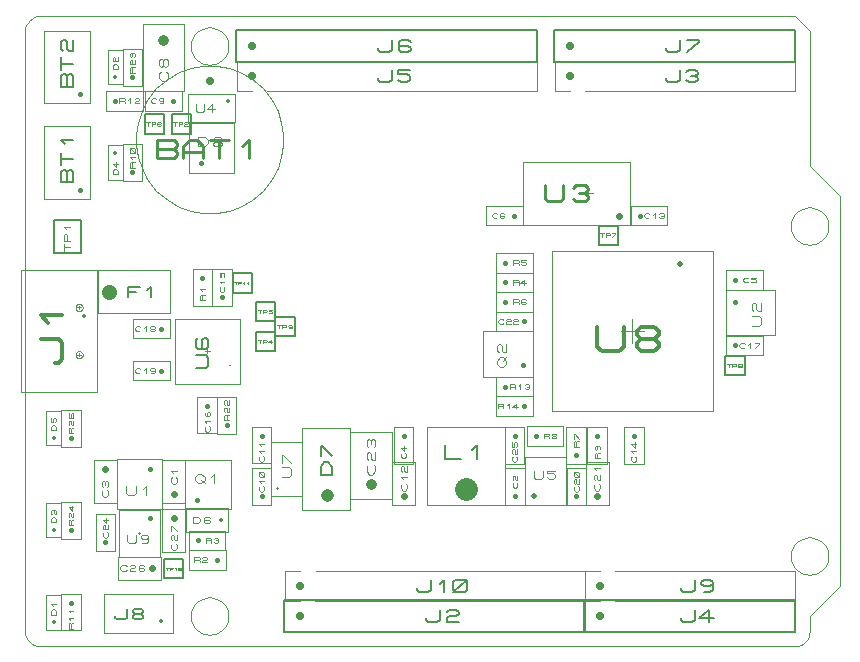
<source format=gbr>
G04 PROTEUS RS274X GERBER FILE*
%FSLAX45Y45*%
%MOMM*%
G01*
%ADD54C,0.025400*%
%ADD99C,0.180000*%
%ADD100C,0.162330*%
%ADD19C,0.360000*%
%ADD101C,0.303330*%
%ADD11C,0.400000*%
%ADD102C,0.160210*%
%ADD103C,0.320000*%
%ADD104C,0.067010*%
%ADD53C,0.127000*%
%ADD105C,0.088900*%
%ADD106C,0.420000*%
%ADD107C,0.067500*%
%ADD108C,1.280000*%
%ADD109C,0.142210*%
%ADD110C,0.558800*%
%ADD111C,0.084240*%
%ADD112C,0.150710*%
%ADD113C,0.640000*%
%ADD114C,0.177800*%
%ADD115C,0.480000*%
%ADD116C,0.113280*%
%ADD117C,1.935000*%
%ADD118C,0.203700*%
%ADD119C,0.495000*%
%ADD120C,0.330430*%
%ADD121C,0.396240*%
%ADD122C,0.124940*%
%ADD123C,0.050000*%
%ADD124C,0.037500*%
%ADD125C,0.090020*%
%ADD126C,1.100000*%
%ADD127C,0.155540*%
%ADD128C,0.270000*%
%ADD129C,0.119760*%
%ADD130C,0.914400*%
%ADD131C,0.121470*%
%ADD132C,0.170680*%
%ADD133C,0.571500*%
%ADD134C,0.230480*%
%ADD135C,0.102520*%
%ADD136C,0.246280*%
D54*
X+6800850Y+762000D02*
X+6800320Y+774958D01*
X+6796016Y+800876D01*
X+6787025Y+826794D01*
X+6772380Y+852712D01*
X+6749976Y+878466D01*
X+6724058Y+897958D01*
X+6698140Y+910530D01*
X+6672222Y+917866D01*
X+6646304Y+920694D01*
X+6642100Y+920750D01*
X+6483350Y+762000D02*
X+6483880Y+774958D01*
X+6488184Y+800876D01*
X+6497175Y+826794D01*
X+6511820Y+852712D01*
X+6534224Y+878466D01*
X+6560142Y+897958D01*
X+6586060Y+910530D01*
X+6611978Y+917866D01*
X+6637896Y+920694D01*
X+6642100Y+920750D01*
X+6483350Y+762000D02*
X+6483880Y+749042D01*
X+6488184Y+723124D01*
X+6497175Y+697206D01*
X+6511820Y+671288D01*
X+6534224Y+645534D01*
X+6560142Y+626042D01*
X+6586060Y+613470D01*
X+6611978Y+606134D01*
X+6637896Y+603306D01*
X+6642100Y+603250D01*
X+6800850Y+762000D02*
X+6800320Y+749042D01*
X+6796016Y+723124D01*
X+6787025Y+697206D01*
X+6772380Y+671288D01*
X+6749976Y+645534D01*
X+6724058Y+626042D01*
X+6698140Y+613470D01*
X+6672222Y+606134D01*
X+6646304Y+603306D01*
X+6642100Y+603250D01*
X+6800850Y+3556000D02*
X+6800320Y+3568958D01*
X+6796016Y+3594876D01*
X+6787025Y+3620794D01*
X+6772380Y+3646712D01*
X+6749976Y+3672466D01*
X+6724058Y+3691958D01*
X+6698140Y+3704530D01*
X+6672222Y+3711866D01*
X+6646304Y+3714694D01*
X+6642100Y+3714750D01*
X+6483350Y+3556000D02*
X+6483880Y+3568958D01*
X+6488184Y+3594876D01*
X+6497175Y+3620794D01*
X+6511820Y+3646712D01*
X+6534224Y+3672466D01*
X+6560142Y+3691958D01*
X+6586060Y+3704530D01*
X+6611978Y+3711866D01*
X+6637896Y+3714694D01*
X+6642100Y+3714750D01*
X+6483350Y+3556000D02*
X+6483880Y+3543042D01*
X+6488184Y+3517124D01*
X+6497175Y+3491206D01*
X+6511820Y+3465288D01*
X+6534224Y+3439534D01*
X+6560142Y+3420042D01*
X+6586060Y+3407470D01*
X+6611978Y+3400134D01*
X+6637896Y+3397306D01*
X+6642100Y+3397250D01*
X+6800850Y+3556000D02*
X+6800320Y+3543042D01*
X+6796016Y+3517124D01*
X+6787025Y+3491206D01*
X+6772380Y+3465288D01*
X+6749976Y+3439534D01*
X+6724058Y+3420042D01*
X+6698140Y+3407470D01*
X+6672222Y+3400134D01*
X+6646304Y+3397306D01*
X+6642100Y+3397250D01*
X+1720850Y+5080000D02*
X+1720320Y+5092958D01*
X+1716016Y+5118876D01*
X+1707025Y+5144794D01*
X+1692380Y+5170712D01*
X+1669976Y+5196466D01*
X+1644058Y+5215958D01*
X+1618140Y+5228530D01*
X+1592222Y+5235866D01*
X+1566304Y+5238694D01*
X+1562100Y+5238750D01*
X+1403350Y+5080000D02*
X+1403880Y+5092958D01*
X+1408184Y+5118876D01*
X+1417175Y+5144794D01*
X+1431820Y+5170712D01*
X+1454224Y+5196466D01*
X+1480142Y+5215958D01*
X+1506060Y+5228530D01*
X+1531978Y+5235866D01*
X+1557896Y+5238694D01*
X+1562100Y+5238750D01*
X+1403350Y+5080000D02*
X+1403880Y+5067042D01*
X+1408184Y+5041124D01*
X+1417175Y+5015206D01*
X+1431820Y+4989288D01*
X+1454224Y+4963534D01*
X+1480142Y+4944042D01*
X+1506060Y+4931470D01*
X+1531978Y+4924134D01*
X+1557896Y+4921306D01*
X+1562100Y+4921250D01*
X+1720850Y+5080000D02*
X+1720320Y+5067042D01*
X+1716016Y+5041124D01*
X+1707025Y+5015206D01*
X+1692380Y+4989288D01*
X+1669976Y+4963534D01*
X+1644058Y+4944042D01*
X+1618140Y+4931470D01*
X+1592222Y+4924134D01*
X+1566304Y+4921306D01*
X+1562100Y+4921250D01*
X+1720850Y+254000D02*
X+1720320Y+266958D01*
X+1716016Y+292876D01*
X+1707025Y+318794D01*
X+1692380Y+344712D01*
X+1669976Y+370466D01*
X+1644058Y+389958D01*
X+1618140Y+402530D01*
X+1592222Y+409866D01*
X+1566304Y+412694D01*
X+1562100Y+412750D01*
X+1403350Y+254000D02*
X+1403880Y+266958D01*
X+1408184Y+292876D01*
X+1417175Y+318794D01*
X+1431820Y+344712D01*
X+1454224Y+370466D01*
X+1480142Y+389958D01*
X+1506060Y+402530D01*
X+1531978Y+409866D01*
X+1557896Y+412694D01*
X+1562100Y+412750D01*
X+1403350Y+254000D02*
X+1403880Y+241042D01*
X+1408184Y+215124D01*
X+1417175Y+189206D01*
X+1431820Y+163288D01*
X+1454224Y+137534D01*
X+1480142Y+118042D01*
X+1506060Y+105470D01*
X+1531978Y+98134D01*
X+1557896Y+95306D01*
X+1562100Y+95250D01*
X+1720850Y+254000D02*
X+1720320Y+241042D01*
X+1716016Y+215124D01*
X+1707025Y+189206D01*
X+1692380Y+163288D01*
X+1669976Y+137534D01*
X+1644058Y+118042D01*
X+1618140Y+105470D01*
X+1592222Y+98134D01*
X+1566304Y+95306D01*
X+1562100Y+95250D01*
X+127000Y+0D02*
X+101032Y+2527D01*
X+77018Y+9798D01*
X+55423Y+21347D01*
X+36711Y+36711D01*
X+21348Y+55423D01*
X+9798Y+77018D01*
X+2527Y+101032D01*
X+0Y+127000D01*
X+0Y+5207000D01*
X+2527Y+5232967D01*
X+9798Y+5256981D01*
X+21348Y+5278577D01*
X+36711Y+5297289D01*
X+55423Y+5312652D01*
X+77018Y+5324202D01*
X+101032Y+5331473D01*
X+127000Y+5334000D01*
X+6515100Y+5334000D01*
X+6642100Y+5207000D01*
X+6642100Y+4064000D01*
X+6896100Y+3810000D01*
X+6896100Y+508000D01*
X+6642100Y+254000D01*
X+6642100Y+127000D01*
X+6639573Y+101032D01*
X+6632302Y+77018D01*
X+6620752Y+55423D01*
X+6605389Y+36711D01*
X+6586677Y+21347D01*
X+6565081Y+9798D01*
X+6541067Y+2527D01*
X+6515100Y+0D01*
X+127000Y+0D01*
X+1561200Y+2497250D02*
X+1521200Y+2497250D01*
X+1541200Y+2477250D02*
X+1541200Y+2517250D01*
X+1266200Y+2222250D02*
X+1816200Y+2222250D01*
X+1816200Y+2772250D01*
X+1266200Y+2772250D01*
X+1266200Y+2222250D01*
D99*
X+1736200Y+2377250D02*
X+1736200Y+2377250D01*
D100*
X+1447364Y+2351147D02*
X+1528532Y+2351147D01*
X+1544766Y+2369409D01*
X+1544766Y+2442461D01*
X+1528532Y+2460724D01*
X+1447364Y+2460724D01*
X+1463598Y+2606827D02*
X+1447364Y+2588564D01*
X+1447364Y+2533775D01*
X+1463598Y+2515512D01*
X+1528532Y+2515512D01*
X+1544766Y+2533775D01*
X+1544766Y+2588564D01*
X+1528532Y+2606827D01*
X+1512299Y+2606827D01*
X+1496065Y+2588564D01*
X+1496065Y+2515512D01*
D54*
X+486650Y+2867000D02*
X+486547Y+2869489D01*
X+485705Y+2874469D01*
X+483945Y+2879449D01*
X+481068Y+2884429D01*
X+476667Y+2889345D01*
X+471687Y+2892959D01*
X+466707Y+2895264D01*
X+461727Y+2896567D01*
X+456747Y+2897000D01*
X+456650Y+2897000D01*
X+426650Y+2867000D02*
X+426753Y+2869489D01*
X+427595Y+2874469D01*
X+429355Y+2879449D01*
X+432232Y+2884429D01*
X+436633Y+2889345D01*
X+441613Y+2892959D01*
X+446593Y+2895264D01*
X+451573Y+2896567D01*
X+456553Y+2897000D01*
X+456650Y+2897000D01*
X+426650Y+2867000D02*
X+426753Y+2864511D01*
X+427595Y+2859531D01*
X+429355Y+2854551D01*
X+432232Y+2849571D01*
X+436633Y+2844655D01*
X+441613Y+2841041D01*
X+446593Y+2838736D01*
X+451573Y+2837433D01*
X+456553Y+2837000D01*
X+456650Y+2837000D01*
X+486650Y+2867000D02*
X+486547Y+2864511D01*
X+485705Y+2859531D01*
X+483945Y+2854551D01*
X+481068Y+2849571D01*
X+476667Y+2844655D01*
X+471687Y+2841041D01*
X+466707Y+2838736D01*
X+461727Y+2837433D01*
X+456747Y+2837000D01*
X+456650Y+2837000D01*
X+486650Y+2467000D02*
X+486547Y+2469489D01*
X+485705Y+2474469D01*
X+483945Y+2479449D01*
X+481068Y+2484429D01*
X+476667Y+2489345D01*
X+471687Y+2492959D01*
X+466707Y+2495264D01*
X+461727Y+2496567D01*
X+456747Y+2497000D01*
X+456650Y+2497000D01*
X+426650Y+2467000D02*
X+426753Y+2469489D01*
X+427595Y+2474469D01*
X+429355Y+2479449D01*
X+432232Y+2484429D01*
X+436633Y+2489345D01*
X+441613Y+2492959D01*
X+446593Y+2495264D01*
X+451573Y+2496567D01*
X+456553Y+2497000D01*
X+456650Y+2497000D01*
X+426650Y+2467000D02*
X+426753Y+2464511D01*
X+427595Y+2459531D01*
X+429355Y+2454551D01*
X+432232Y+2449571D01*
X+436633Y+2444655D01*
X+441613Y+2441041D01*
X+446593Y+2438736D01*
X+451573Y+2437433D01*
X+456553Y+2437000D01*
X+456650Y+2437000D01*
X+486650Y+2467000D02*
X+486547Y+2464511D01*
X+485705Y+2459531D01*
X+483945Y+2454551D01*
X+481068Y+2449571D01*
X+476667Y+2444655D01*
X+471687Y+2441041D01*
X+466707Y+2438736D01*
X+461727Y+2437433D01*
X+456747Y+2437000D01*
X+456650Y+2437000D01*
X+456650Y+2482000D02*
X+456650Y+2452000D01*
X+471650Y+2467000D02*
X+441650Y+2467000D01*
X+456650Y+2882000D02*
X+456650Y+2852000D01*
X+471650Y+2867000D02*
X+441650Y+2867000D01*
X-38350Y+2152000D02*
X+611650Y+2152000D01*
X+611650Y+3182000D01*
X-38350Y+3182000D01*
X-38350Y+2152000D01*
D19*
X+501650Y+2797000D02*
X+501650Y+2797000D01*
D101*
X+252349Y+2393995D02*
X+282683Y+2393995D01*
X+313017Y+2428120D01*
X+313017Y+2564623D01*
X+282683Y+2598748D01*
X+131013Y+2598748D01*
X+191681Y+2735251D02*
X+131013Y+2803502D01*
X+313017Y+2803502D01*
D54*
X+161300Y+3789350D02*
X+546300Y+3789350D01*
X+546300Y+4399350D01*
X+161300Y+4399350D01*
X+161300Y+3789350D01*
D11*
X+466300Y+3864350D02*
X+466300Y+3864350D01*
D102*
X+401863Y+3926202D02*
X+305737Y+3926202D01*
X+305737Y+4016320D01*
X+321758Y+4034343D01*
X+337779Y+4034343D01*
X+353800Y+4016320D01*
X+369821Y+4034343D01*
X+385842Y+4034343D01*
X+401863Y+4016320D01*
X+401863Y+3926202D01*
X+353800Y+3926202D02*
X+353800Y+4016320D01*
X+305737Y+4070391D02*
X+305737Y+4178532D01*
X+305737Y+4124461D02*
X+401863Y+4124461D01*
X+337779Y+4250627D02*
X+305737Y+4286674D01*
X+401863Y+4286674D01*
D54*
X+161300Y+4595800D02*
X+546300Y+4595800D01*
X+546300Y+5205800D01*
X+161300Y+5205800D01*
X+161300Y+4595800D01*
D11*
X+466300Y+4670800D02*
X+466300Y+4670800D01*
D102*
X+401863Y+4732652D02*
X+305737Y+4732652D01*
X+305737Y+4822770D01*
X+321758Y+4840793D01*
X+337779Y+4840793D01*
X+353800Y+4822770D01*
X+369821Y+4840793D01*
X+385842Y+4840793D01*
X+401863Y+4822770D01*
X+401863Y+4732652D01*
X+353800Y+4732652D02*
X+353800Y+4822770D01*
X+305737Y+4876841D02*
X+305737Y+4984982D01*
X+305737Y+4930911D02*
X+401863Y+4930911D01*
X+321758Y+5039053D02*
X+305737Y+5057077D01*
X+305737Y+5111148D01*
X+321758Y+5129171D01*
X+337779Y+5129171D01*
X+353800Y+5111148D01*
X+353800Y+5057077D01*
X+369821Y+5039053D01*
X+401863Y+5039053D01*
X+401863Y+5129171D01*
D54*
X+698500Y+4756125D02*
X+825500Y+4756125D01*
X+825500Y+5048225D01*
X+698500Y+5048225D01*
X+698500Y+4756125D01*
D103*
X+762000Y+4819750D02*
X+762000Y+4819750D01*
D104*
X+782104Y+4882310D02*
X+741895Y+4882310D01*
X+741895Y+4912466D01*
X+755298Y+4927544D01*
X+768701Y+4927544D01*
X+782104Y+4912466D01*
X+782104Y+4882310D01*
X+748597Y+4950162D02*
X+741895Y+4957701D01*
X+741895Y+4980318D01*
X+748597Y+4987857D01*
X+755298Y+4987857D01*
X+762000Y+4980318D01*
X+762000Y+4957701D01*
X+768701Y+4950162D01*
X+782104Y+4950162D01*
X+782104Y+4987857D01*
D54*
X+177800Y+139575D02*
X+304800Y+139575D01*
X+304800Y+431675D01*
X+177800Y+431675D01*
X+177800Y+139575D01*
D103*
X+241300Y+203200D02*
X+241300Y+203200D01*
D104*
X+261404Y+265760D02*
X+221195Y+265760D01*
X+221195Y+295916D01*
X+234598Y+310994D01*
X+248001Y+310994D01*
X+261404Y+295916D01*
X+261404Y+265760D01*
X+234598Y+341151D02*
X+221195Y+356229D01*
X+261404Y+356229D01*
D53*
X+241300Y+3327400D02*
X+469900Y+3327400D01*
X+469900Y+3606800D01*
X+241300Y+3606800D01*
X+241300Y+3327400D01*
D105*
X+328930Y+3347085D02*
X+328930Y+3407092D01*
X+328930Y+3377088D02*
X+382270Y+3377088D01*
X+382270Y+3427095D02*
X+328930Y+3427095D01*
X+328930Y+3477101D01*
X+337820Y+3487102D01*
X+346710Y+3487102D01*
X+355600Y+3477101D01*
X+355600Y+3427095D01*
X+346710Y+3527107D02*
X+328930Y+3547110D01*
X+382270Y+3547110D01*
D54*
X+486650Y+2467000D02*
X+486547Y+2469489D01*
X+485705Y+2474469D01*
X+483945Y+2479449D01*
X+481068Y+2484429D01*
X+476667Y+2489345D01*
X+471687Y+2492959D01*
X+466707Y+2495264D01*
X+461727Y+2496567D01*
X+456747Y+2497000D01*
X+456650Y+2497000D01*
X+426650Y+2467000D02*
X+426753Y+2469489D01*
X+427595Y+2474469D01*
X+429355Y+2479449D01*
X+432232Y+2484429D01*
X+436633Y+2489345D01*
X+441613Y+2492959D01*
X+446593Y+2495264D01*
X+451573Y+2496567D01*
X+456553Y+2497000D01*
X+456650Y+2497000D01*
X+426650Y+2467000D02*
X+426753Y+2464511D01*
X+427595Y+2459531D01*
X+429355Y+2454551D01*
X+432232Y+2449571D01*
X+436633Y+2444655D01*
X+441613Y+2441041D01*
X+446593Y+2438736D01*
X+451573Y+2437433D01*
X+456553Y+2437000D01*
X+456650Y+2437000D01*
X+486650Y+2467000D02*
X+486547Y+2464511D01*
X+485705Y+2459531D01*
X+483945Y+2454551D01*
X+481068Y+2449571D01*
X+476667Y+2444655D01*
X+471687Y+2441041D01*
X+466707Y+2438736D01*
X+461727Y+2437433D01*
X+456747Y+2437000D01*
X+456650Y+2437000D01*
X+486650Y+2867000D02*
X+486547Y+2869489D01*
X+485705Y+2874469D01*
X+483945Y+2879449D01*
X+481068Y+2884429D01*
X+476667Y+2889345D01*
X+471687Y+2892959D01*
X+466707Y+2895264D01*
X+461727Y+2896567D01*
X+456747Y+2897000D01*
X+456650Y+2897000D01*
X+426650Y+2867000D02*
X+426753Y+2869489D01*
X+427595Y+2874469D01*
X+429355Y+2879449D01*
X+432232Y+2884429D01*
X+436633Y+2889345D01*
X+441613Y+2892959D01*
X+446593Y+2895264D01*
X+451573Y+2896567D01*
X+456553Y+2897000D01*
X+456650Y+2897000D01*
X+426650Y+2867000D02*
X+426753Y+2864511D01*
X+427595Y+2859531D01*
X+429355Y+2854551D01*
X+432232Y+2849571D01*
X+436633Y+2844655D01*
X+441613Y+2841041D01*
X+446593Y+2838736D01*
X+451573Y+2837433D01*
X+456553Y+2837000D01*
X+456650Y+2837000D01*
X+486650Y+2867000D02*
X+486547Y+2864511D01*
X+485705Y+2859531D01*
X+483945Y+2854551D01*
X+481068Y+2849571D01*
X+476667Y+2844655D01*
X+471687Y+2841041D01*
X+466707Y+2838736D01*
X+461727Y+2837433D01*
X+456747Y+2837000D01*
X+456650Y+2837000D01*
X+304805Y+908150D02*
X+469905Y+908150D01*
X+469905Y+1219300D01*
X+304805Y+1219300D01*
X+304805Y+908150D01*
D106*
X+387350Y+984350D02*
X+387350Y+984350D01*
D107*
X+407607Y+1021828D02*
X+367104Y+1021828D01*
X+367104Y+1059799D01*
X+373854Y+1067394D01*
X+380605Y+1067394D01*
X+387355Y+1059799D01*
X+387355Y+1021828D01*
X+387355Y+1059799D02*
X+394106Y+1067394D01*
X+407607Y+1067394D01*
X+373854Y+1090177D02*
X+367104Y+1097771D01*
X+367104Y+1120554D01*
X+373854Y+1128149D01*
X+380605Y+1128149D01*
X+387355Y+1120554D01*
X+387355Y+1097771D01*
X+394106Y+1090177D01*
X+407607Y+1090177D01*
X+407607Y+1128149D01*
X+394106Y+1188904D02*
X+394106Y+1143338D01*
X+367104Y+1173715D01*
X+407607Y+1173715D01*
D54*
X+304795Y+133250D02*
X+469895Y+133250D01*
X+469895Y+444400D01*
X+304795Y+444400D01*
X+304795Y+133250D01*
D106*
X+387350Y+368200D02*
X+387350Y+368200D01*
D107*
X+407597Y+148458D02*
X+367094Y+148458D01*
X+367094Y+186429D01*
X+373844Y+194024D01*
X+380595Y+194024D01*
X+387345Y+186429D01*
X+387345Y+148458D01*
X+387345Y+186429D02*
X+394096Y+194024D01*
X+407597Y+194024D01*
X+380595Y+224401D02*
X+367094Y+239590D01*
X+407597Y+239590D01*
X+380595Y+285156D02*
X+367094Y+300345D01*
X+407597Y+300345D01*
D54*
X+177800Y+920725D02*
X+304800Y+920725D01*
X+304800Y+1212825D01*
X+177800Y+1212825D01*
X+177800Y+920725D01*
D103*
X+241300Y+984350D02*
X+241300Y+984350D01*
D104*
X+261404Y+1046910D02*
X+221195Y+1046910D01*
X+221195Y+1077066D01*
X+234598Y+1092144D01*
X+248001Y+1092144D01*
X+261404Y+1077066D01*
X+261404Y+1046910D01*
X+227897Y+1114762D02*
X+221195Y+1122301D01*
X+221195Y+1144918D01*
X+227897Y+1152457D01*
X+234598Y+1152457D01*
X+241300Y+1144918D01*
X+248001Y+1152457D01*
X+254703Y+1152457D01*
X+261404Y+1144918D01*
X+261404Y+1122301D01*
X+254703Y+1114762D01*
X+241300Y+1129840D02*
X+241300Y+1144918D01*
D54*
X+616200Y+2820200D02*
X+1226200Y+2820200D01*
X+1226200Y+3180200D01*
X+616200Y+3180200D01*
X+616200Y+2820200D01*
D108*
X+711200Y+3000200D02*
X+711200Y+3000200D01*
D109*
X+873346Y+2957537D02*
X+873346Y+3042863D01*
X+969337Y+3042863D01*
X+873346Y+3000200D02*
X+937340Y+3000200D01*
X+1033332Y+3014421D02*
X+1065329Y+3042863D01*
X+1065329Y+2957537D01*
D54*
X+914400Y+2604255D02*
X+1225550Y+2604255D01*
X+1225550Y+2769355D01*
X+914400Y+2769355D01*
X+914400Y+2604255D01*
D106*
X+1149350Y+2686800D02*
X+1149350Y+2686800D01*
D107*
X+975174Y+2673303D02*
X+967579Y+2666553D01*
X+944796Y+2666553D01*
X+929608Y+2680054D01*
X+929608Y+2693555D01*
X+944796Y+2707056D01*
X+967579Y+2707056D01*
X+975174Y+2700306D01*
X+1005551Y+2693555D02*
X+1020740Y+2707056D01*
X+1020740Y+2666553D01*
X+1066306Y+2686805D02*
X+1058712Y+2693555D01*
X+1058712Y+2700306D01*
X+1066306Y+2707056D01*
X+1089089Y+2707056D01*
X+1096684Y+2700306D01*
X+1096684Y+2693555D01*
X+1089089Y+2686805D01*
X+1066306Y+2686805D01*
X+1058712Y+2680054D01*
X+1058712Y+2673303D01*
X+1066306Y+2666553D01*
X+1089089Y+2666553D01*
X+1096684Y+2673303D01*
X+1096684Y+2680054D01*
X+1089089Y+2686805D01*
D54*
X+1418645Y+2882750D02*
X+1583745Y+2882750D01*
X+1583745Y+3193900D01*
X+1418645Y+3193900D01*
X+1418645Y+2882750D01*
D106*
X+1501200Y+3117700D02*
X+1501200Y+3117700D01*
D107*
X+1521447Y+2928335D02*
X+1480944Y+2928335D01*
X+1480944Y+2966306D01*
X+1487694Y+2973901D01*
X+1494445Y+2973901D01*
X+1501195Y+2966306D01*
X+1501195Y+2928335D01*
X+1501195Y+2966306D02*
X+1507946Y+2973901D01*
X+1521447Y+2973901D01*
X+1494445Y+3004278D02*
X+1480944Y+3019467D01*
X+1521447Y+3019467D01*
D54*
X+304805Y+1689200D02*
X+469905Y+1689200D01*
X+469905Y+2000350D01*
X+304805Y+2000350D01*
X+304805Y+1689200D01*
D106*
X+387350Y+1765400D02*
X+387350Y+1765400D01*
D107*
X+407607Y+1802878D02*
X+367104Y+1802878D01*
X+367104Y+1840849D01*
X+373854Y+1848444D01*
X+380605Y+1848444D01*
X+387355Y+1840849D01*
X+387355Y+1802878D01*
X+387355Y+1840849D02*
X+394106Y+1848444D01*
X+407607Y+1848444D01*
X+373854Y+1871227D02*
X+367104Y+1878821D01*
X+367104Y+1901604D01*
X+373854Y+1909199D01*
X+380605Y+1909199D01*
X+387355Y+1901604D01*
X+387355Y+1878821D01*
X+394106Y+1871227D01*
X+407607Y+1871227D01*
X+407607Y+1909199D01*
X+373854Y+1969954D02*
X+367104Y+1962359D01*
X+367104Y+1939576D01*
X+373854Y+1931982D01*
X+400857Y+1931982D01*
X+407607Y+1939576D01*
X+407607Y+1962359D01*
X+400857Y+1969954D01*
X+394106Y+1969954D01*
X+387355Y+1962359D01*
X+387355Y+1931982D01*
D54*
X+825505Y+3935750D02*
X+990605Y+3935750D01*
X+990605Y+4246900D01*
X+825505Y+4246900D01*
X+825505Y+3935750D01*
D106*
X+908050Y+4011950D02*
X+908050Y+4011950D01*
D107*
X+928307Y+4049428D02*
X+887804Y+4049428D01*
X+887804Y+4087399D01*
X+894554Y+4094994D01*
X+901305Y+4094994D01*
X+908055Y+4087399D01*
X+908055Y+4049428D01*
X+908055Y+4087399D02*
X+914806Y+4094994D01*
X+928307Y+4094994D01*
X+901305Y+4125371D02*
X+887804Y+4140560D01*
X+928307Y+4140560D01*
X+921557Y+4170938D02*
X+894554Y+4170938D01*
X+887804Y+4178532D01*
X+887804Y+4208909D01*
X+894554Y+4216504D01*
X+921557Y+4216504D01*
X+928307Y+4208909D01*
X+928307Y+4178532D01*
X+921557Y+4170938D01*
X+928307Y+4170938D02*
X+887804Y+4216504D01*
D54*
X+698500Y+3949725D02*
X+825500Y+3949725D01*
X+825500Y+4241825D01*
X+698500Y+4241825D01*
X+698500Y+3949725D01*
D103*
X+762000Y+4178200D02*
X+762000Y+4178200D01*
D104*
X+782104Y+3995014D02*
X+741895Y+3995014D01*
X+741895Y+4025170D01*
X+755298Y+4040248D01*
X+768701Y+4040248D01*
X+782104Y+4025170D01*
X+782104Y+3995014D01*
X+768701Y+4100561D02*
X+768701Y+4055327D01*
X+741895Y+4085483D01*
X+782104Y+4085483D01*
D54*
X+914400Y+2248655D02*
X+1225550Y+2248655D01*
X+1225550Y+2413755D01*
X+914400Y+2413755D01*
X+914400Y+2248655D01*
D106*
X+1149350Y+2331200D02*
X+1149350Y+2331200D01*
D107*
X+975174Y+2317703D02*
X+967579Y+2310953D01*
X+944796Y+2310953D01*
X+929608Y+2324454D01*
X+929608Y+2337955D01*
X+944796Y+2351456D01*
X+967579Y+2351456D01*
X+975174Y+2344706D01*
X+1005551Y+2337955D02*
X+1020740Y+2351456D01*
X+1020740Y+2310953D01*
X+1096684Y+2337955D02*
X+1089089Y+2331205D01*
X+1066306Y+2331205D01*
X+1058712Y+2337955D01*
X+1058712Y+2344706D01*
X+1066306Y+2351456D01*
X+1089089Y+2351456D01*
X+1096684Y+2344706D01*
X+1096684Y+2317703D01*
X+1089089Y+2310953D01*
X+1066306Y+2310953D01*
D54*
X+1458645Y+1800600D02*
X+1623745Y+1800600D01*
X+1623745Y+2111750D01*
X+1458645Y+2111750D01*
X+1458645Y+1800600D01*
D106*
X+1541200Y+2035550D02*
X+1541200Y+2035550D01*
D107*
X+1554697Y+1861374D02*
X+1561447Y+1853779D01*
X+1561447Y+1830996D01*
X+1547946Y+1815808D01*
X+1534445Y+1815808D01*
X+1520944Y+1830996D01*
X+1520944Y+1853779D01*
X+1527694Y+1861374D01*
X+1534445Y+1891751D02*
X+1520944Y+1906940D01*
X+1561447Y+1906940D01*
X+1527694Y+1982884D02*
X+1520944Y+1975289D01*
X+1520944Y+1952506D01*
X+1527694Y+1944912D01*
X+1554697Y+1944912D01*
X+1561447Y+1952506D01*
X+1561447Y+1975289D01*
X+1554697Y+1982884D01*
X+1547946Y+1982884D01*
X+1541195Y+1975289D01*
X+1541195Y+1944912D01*
D54*
X+1623755Y+1799350D02*
X+1788855Y+1799350D01*
X+1788855Y+2110500D01*
X+1623755Y+2110500D01*
X+1623755Y+1799350D01*
D106*
X+1706300Y+1875550D02*
X+1706300Y+1875550D01*
D107*
X+1726557Y+1913028D02*
X+1686054Y+1913028D01*
X+1686054Y+1950999D01*
X+1692804Y+1958594D01*
X+1699555Y+1958594D01*
X+1706305Y+1950999D01*
X+1706305Y+1913028D01*
X+1706305Y+1950999D02*
X+1713056Y+1958594D01*
X+1726557Y+1958594D01*
X+1692804Y+1981377D02*
X+1686054Y+1988971D01*
X+1686054Y+2011754D01*
X+1692804Y+2019349D01*
X+1699555Y+2019349D01*
X+1706305Y+2011754D01*
X+1706305Y+1988971D01*
X+1713056Y+1981377D01*
X+1726557Y+1981377D01*
X+1726557Y+2019349D01*
X+1692804Y+2042132D02*
X+1686054Y+2049726D01*
X+1686054Y+2072509D01*
X+1692804Y+2080104D01*
X+1699555Y+2080104D01*
X+1706305Y+2072509D01*
X+1706305Y+2049726D01*
X+1713056Y+2042132D01*
X+1726557Y+2042132D01*
X+1726557Y+2080104D01*
D54*
X+3905250Y+3562355D02*
X+4216400Y+3562355D01*
X+4216400Y+3727455D01*
X+3905250Y+3727455D01*
X+3905250Y+3562355D01*
D106*
X+4140200Y+3644900D02*
X+4140200Y+3644900D01*
D107*
X+3996401Y+3631403D02*
X+3988806Y+3624653D01*
X+3966023Y+3624653D01*
X+3950835Y+3638154D01*
X+3950835Y+3651655D01*
X+3966023Y+3665156D01*
X+3988806Y+3665156D01*
X+3996401Y+3658406D01*
X+4057156Y+3658406D02*
X+4049561Y+3665156D01*
X+4026778Y+3665156D01*
X+4019184Y+3658406D01*
X+4019184Y+3631403D01*
X+4026778Y+3624653D01*
X+4049561Y+3624653D01*
X+4057156Y+3631403D01*
X+4057156Y+3638154D01*
X+4049561Y+3644905D01*
X+4019184Y+3644905D01*
D54*
X+1160780Y+1210405D02*
X+1351280Y+1210405D01*
X+1351280Y+1578705D01*
X+1160780Y+1578705D01*
X+1160780Y+1210405D01*
D110*
X+1256030Y+1286610D02*
X+1256030Y+1286610D01*
D111*
X+1272878Y+1428308D02*
X+1281302Y+1418831D01*
X+1281302Y+1390400D01*
X+1264454Y+1371446D01*
X+1247606Y+1371446D01*
X+1230758Y+1390400D01*
X+1230758Y+1418831D01*
X+1239182Y+1428308D01*
X+1247606Y+1466216D02*
X+1230758Y+1485170D01*
X+1281302Y+1485170D01*
D54*
X+666750Y+106600D02*
X+1250950Y+106600D01*
X+1250950Y+436800D01*
X+666750Y+436800D01*
X+666750Y+106600D01*
D19*
X+1149350Y+208200D02*
X+1149350Y+208200D01*
D112*
X+762769Y+256628D02*
X+762769Y+241556D01*
X+779724Y+226484D01*
X+847547Y+226484D01*
X+864503Y+241556D01*
X+864503Y+316915D01*
X+932326Y+271700D02*
X+915370Y+286771D01*
X+915370Y+301843D01*
X+932326Y+316915D01*
X+983193Y+316915D01*
X+1000149Y+301843D01*
X+1000149Y+286771D01*
X+983193Y+271700D01*
X+932326Y+271700D01*
X+915370Y+256628D01*
X+915370Y+241556D01*
X+932326Y+226484D01*
X+983193Y+226484D01*
X+1000149Y+241556D01*
X+1000149Y+256628D01*
X+983193Y+271700D01*
D54*
X+1583755Y+2881500D02*
X+1748855Y+2881500D01*
X+1748855Y+3192650D01*
X+1583755Y+3192650D01*
X+1583755Y+2881500D01*
D106*
X+1666300Y+2957700D02*
X+1666300Y+2957700D01*
D107*
X+1679807Y+3040744D02*
X+1686557Y+3033149D01*
X+1686557Y+3010366D01*
X+1673056Y+2995178D01*
X+1659555Y+2995178D01*
X+1646054Y+3010366D01*
X+1646054Y+3033149D01*
X+1652804Y+3040744D01*
X+1659555Y+3071121D02*
X+1646054Y+3086310D01*
X+1686557Y+3086310D01*
X+1646054Y+3162254D02*
X+1646054Y+3124282D01*
X+1659555Y+3124282D01*
X+1659555Y+3154659D01*
X+1666305Y+3162254D01*
X+1679807Y+3162254D01*
X+1686557Y+3154659D01*
X+1686557Y+3131876D01*
X+1679807Y+3124282D01*
D53*
X+4730750Y+120650D02*
X+6521450Y+120650D01*
X+6521450Y+387350D01*
X+4730750Y+387350D01*
X+4730750Y+120650D01*
D113*
X+4864100Y+254000D02*
X+4864100Y+254000D01*
D114*
X+5548755Y+236220D02*
X+5548755Y+218440D01*
X+5568757Y+200660D01*
X+5648767Y+200660D01*
X+5668770Y+218440D01*
X+5668770Y+307340D01*
X+5828790Y+236220D02*
X+5708775Y+236220D01*
X+5788785Y+307340D01*
X+5788785Y+200660D01*
D53*
X+2190750Y+120650D02*
X+4743450Y+120650D01*
X+4743450Y+387350D01*
X+2190750Y+387350D01*
X+2190750Y+120650D01*
D113*
X+2324100Y+254000D02*
X+2324100Y+254000D01*
D114*
X+3389755Y+236220D02*
X+3389755Y+218440D01*
X+3409757Y+200660D01*
X+3489767Y+200660D01*
X+3509770Y+218440D01*
X+3509770Y+307340D01*
X+3569777Y+289560D02*
X+3589780Y+307340D01*
X+3649787Y+307340D01*
X+3669790Y+289560D01*
X+3669790Y+271780D01*
X+3649787Y+254000D01*
X+3589780Y+254000D01*
X+3569777Y+236220D01*
X+3569777Y+200660D01*
X+3669790Y+200660D01*
D53*
X+1784350Y+4946650D02*
X+4337050Y+4946650D01*
X+4337050Y+5213350D01*
X+1784350Y+5213350D01*
X+1784350Y+4946650D01*
D113*
X+1917700Y+5080000D02*
X+1917700Y+5080000D01*
D114*
X+2983355Y+5062220D02*
X+2983355Y+5044440D01*
X+3003357Y+5026660D01*
X+3083367Y+5026660D01*
X+3103370Y+5044440D01*
X+3103370Y+5133340D01*
X+3263390Y+5115560D02*
X+3243387Y+5133340D01*
X+3183380Y+5133340D01*
X+3163377Y+5115560D01*
X+3163377Y+5044440D01*
X+3183380Y+5026660D01*
X+3243387Y+5026660D01*
X+3263390Y+5044440D01*
X+3263390Y+5062220D01*
X+3243387Y+5080000D01*
X+3163377Y+5080000D01*
D53*
X+4476750Y+4946650D02*
X+6521450Y+4946650D01*
X+6521450Y+5213350D01*
X+4476750Y+5213350D01*
X+4476750Y+4946650D01*
D113*
X+4610100Y+5080000D02*
X+4610100Y+5080000D01*
D114*
X+5421755Y+5062220D02*
X+5421755Y+5044440D01*
X+5441757Y+5026660D01*
X+5521767Y+5026660D01*
X+5541770Y+5044440D01*
X+5541770Y+5133340D01*
X+5601777Y+5133340D02*
X+5701790Y+5133340D01*
X+5701790Y+5115560D01*
X+5601777Y+5026660D01*
D54*
X+4232150Y+1195000D02*
X+4582150Y+1195000D01*
X+4582150Y+1605000D01*
X+4232150Y+1605000D01*
X+4232150Y+1195000D01*
D115*
X+4312150Y+1270000D02*
X+4312150Y+1270000D01*
D116*
X+4305198Y+1484119D02*
X+4305198Y+1427479D01*
X+4317942Y+1416151D01*
X+4368918Y+1416151D01*
X+4381662Y+1427479D01*
X+4381662Y+1484119D01*
X+4483614Y+1484119D02*
X+4419894Y+1484119D01*
X+4419894Y+1461463D01*
X+4470870Y+1461463D01*
X+4483614Y+1450135D01*
X+4483614Y+1427479D01*
X+4470870Y+1416151D01*
X+4432638Y+1416151D01*
X+4419894Y+1427479D01*
D54*
X+3403800Y+1196000D02*
X+4063800Y+1196000D01*
X+4063800Y+1856000D01*
X+3403800Y+1856000D01*
X+3403800Y+1196000D01*
D117*
X+3733800Y+1333500D02*
X+3733800Y+1333500D01*
D118*
X+3550467Y+1704871D02*
X+3550467Y+1582648D01*
X+3687966Y+1582648D01*
X+3779633Y+1664130D02*
X+3825466Y+1704871D01*
X+3825466Y+1582648D01*
D54*
X+5141650Y+2766999D02*
X+5141650Y+2566999D01*
X+5241650Y+2666999D02*
X+5041650Y+2666999D01*
X+4461650Y+1986999D02*
X+5821650Y+1986999D01*
X+5821650Y+3346999D01*
X+4461650Y+3346999D01*
X+4461650Y+1986999D01*
D119*
X+5541650Y+3236999D02*
X+5541650Y+3236999D01*
D120*
X+4844257Y+2698120D02*
X+4844257Y+2532902D01*
X+4881431Y+2499858D01*
X+5030127Y+2499858D01*
X+5067301Y+2532902D01*
X+5067301Y+2698120D01*
X+5215998Y+2598989D02*
X+5178824Y+2632033D01*
X+5178824Y+2665076D01*
X+5215998Y+2698120D01*
X+5327520Y+2698120D01*
X+5364694Y+2665076D01*
X+5364694Y+2632033D01*
X+5327520Y+2598989D01*
X+5215998Y+2598989D01*
X+5178824Y+2565945D01*
X+5178824Y+2532902D01*
X+5215998Y+2499858D01*
X+5327520Y+2499858D01*
X+5364694Y+2532902D01*
X+5364694Y+2565945D01*
X+5327520Y+2598989D01*
D54*
X+4584705Y+1193800D02*
X+4749805Y+1193800D01*
X+4749805Y+1504950D01*
X+4584705Y+1504950D01*
X+4584705Y+1193800D01*
D106*
X+4667250Y+1270000D02*
X+4667250Y+1270000D01*
D107*
X+4680757Y+1353044D02*
X+4687507Y+1345449D01*
X+4687507Y+1322666D01*
X+4674006Y+1307478D01*
X+4660505Y+1307478D01*
X+4647004Y+1322666D01*
X+4647004Y+1345449D01*
X+4653754Y+1353044D01*
X+4653754Y+1375827D02*
X+4647004Y+1383421D01*
X+4647004Y+1406204D01*
X+4653754Y+1413799D01*
X+4660505Y+1413799D01*
X+4667255Y+1406204D01*
X+4667255Y+1383421D01*
X+4674006Y+1375827D01*
X+4687507Y+1375827D01*
X+4687507Y+1413799D01*
X+4680757Y+1428988D02*
X+4653754Y+1428988D01*
X+4647004Y+1436582D01*
X+4647004Y+1466959D01*
X+4653754Y+1474554D01*
X+4680757Y+1474554D01*
X+4687507Y+1466959D01*
X+4687507Y+1436582D01*
X+4680757Y+1428988D01*
X+4687507Y+1428988D02*
X+4647004Y+1474554D01*
D54*
X+4749800Y+1193795D02*
X+4940300Y+1193795D01*
X+4940300Y+1562095D01*
X+4749800Y+1562095D01*
X+4749800Y+1193795D01*
D110*
X+4845050Y+1270000D02*
X+4845050Y+1270000D01*
D111*
X+4861898Y+1373790D02*
X+4870322Y+1364313D01*
X+4870322Y+1335882D01*
X+4853474Y+1316928D01*
X+4836626Y+1316928D01*
X+4819778Y+1335882D01*
X+4819778Y+1364313D01*
X+4828202Y+1373790D01*
X+4828202Y+1402221D02*
X+4819778Y+1411698D01*
X+4819778Y+1440129D01*
X+4828202Y+1449606D01*
X+4836626Y+1449606D01*
X+4845050Y+1440129D01*
X+4845050Y+1411698D01*
X+4853474Y+1402221D01*
X+4870322Y+1402221D01*
X+4870322Y+1449606D01*
X+4836626Y+1487514D02*
X+4819778Y+1506468D01*
X+4870322Y+1506468D01*
D54*
X+4064005Y+1193800D02*
X+4229105Y+1193800D01*
X+4229105Y+1504950D01*
X+4064005Y+1504950D01*
X+4064005Y+1193800D01*
D106*
X+4146550Y+1270000D02*
X+4146550Y+1270000D01*
D107*
X+4160057Y+1383421D02*
X+4166807Y+1375826D01*
X+4166807Y+1353043D01*
X+4153306Y+1337855D01*
X+4139805Y+1337855D01*
X+4126304Y+1353043D01*
X+4126304Y+1375826D01*
X+4133054Y+1383421D01*
X+4133054Y+1406204D02*
X+4126304Y+1413798D01*
X+4126304Y+1436581D01*
X+4133054Y+1444176D01*
X+4139805Y+1444176D01*
X+4146555Y+1436581D01*
X+4146555Y+1413798D01*
X+4153306Y+1406204D01*
X+4166807Y+1406204D01*
X+4166807Y+1444176D01*
D54*
X+3108900Y+1193295D02*
X+3299400Y+1193295D01*
X+3299400Y+1561595D01*
X+3108900Y+1561595D01*
X+3108900Y+1193295D01*
D110*
X+3204150Y+1269500D02*
X+3204150Y+1269500D01*
D111*
X+3220998Y+1373290D02*
X+3229422Y+1363813D01*
X+3229422Y+1335382D01*
X+3212574Y+1316428D01*
X+3195726Y+1316428D01*
X+3178878Y+1335382D01*
X+3178878Y+1363813D01*
X+3187302Y+1373290D01*
X+3195726Y+1411198D02*
X+3178878Y+1430152D01*
X+3229422Y+1430152D01*
X+3187302Y+1477537D02*
X+3178878Y+1487014D01*
X+3178878Y+1515445D01*
X+3187302Y+1524922D01*
X+3195726Y+1524922D01*
X+3204150Y+1515445D01*
X+3204150Y+1487014D01*
X+3212574Y+1477537D01*
X+3229422Y+1477537D01*
X+3229422Y+1524922D01*
D54*
X+3121595Y+1543800D02*
X+3286695Y+1543800D01*
X+3286695Y+1854950D01*
X+3121595Y+1854950D01*
X+3121595Y+1543800D01*
D106*
X+3204150Y+1778750D02*
X+3204150Y+1778750D01*
D107*
X+3217647Y+1634951D02*
X+3224397Y+1627356D01*
X+3224397Y+1604573D01*
X+3210896Y+1589385D01*
X+3197395Y+1589385D01*
X+3183894Y+1604573D01*
X+3183894Y+1627356D01*
X+3190644Y+1634951D01*
X+3210896Y+1695706D02*
X+3210896Y+1650140D01*
X+3183894Y+1680517D01*
X+3224397Y+1680517D01*
D54*
X+4582105Y+1542550D02*
X+4747205Y+1542550D01*
X+4747205Y+1853700D01*
X+4582105Y+1853700D01*
X+4582105Y+1542550D01*
D106*
X+4664650Y+1618750D02*
X+4664650Y+1618750D01*
D107*
X+4684907Y+1686605D02*
X+4644404Y+1686605D01*
X+4644404Y+1724576D01*
X+4651154Y+1732171D01*
X+4657905Y+1732171D01*
X+4664655Y+1724576D01*
X+4664655Y+1686605D01*
X+4664655Y+1724576D02*
X+4671406Y+1732171D01*
X+4684907Y+1732171D01*
X+4644404Y+1754954D02*
X+4644404Y+1792926D01*
X+4651154Y+1792926D01*
X+4684907Y+1754954D01*
D54*
X+4245550Y+1696195D02*
X+4556700Y+1696195D01*
X+4556700Y+1861295D01*
X+4245550Y+1861295D01*
X+4245550Y+1696195D01*
D106*
X+4321750Y+1778750D02*
X+4321750Y+1778750D01*
D107*
X+4389605Y+1758493D02*
X+4389605Y+1798996D01*
X+4427576Y+1798996D01*
X+4435171Y+1792246D01*
X+4435171Y+1785495D01*
X+4427576Y+1778745D01*
X+4389605Y+1778745D01*
X+4427576Y+1778745D02*
X+4435171Y+1771994D01*
X+4435171Y+1758493D01*
X+4465548Y+1778745D02*
X+4457954Y+1785495D01*
X+4457954Y+1792246D01*
X+4465548Y+1798996D01*
X+4488331Y+1798996D01*
X+4495926Y+1792246D01*
X+4495926Y+1785495D01*
X+4488331Y+1778745D01*
X+4465548Y+1778745D01*
X+4457954Y+1771994D01*
X+4457954Y+1765243D01*
X+4465548Y+1758493D01*
X+4488331Y+1758493D01*
X+4495926Y+1765243D01*
X+4495926Y+1771994D01*
X+4488331Y+1778745D01*
D54*
X+4759895Y+1543800D02*
X+4924995Y+1543800D01*
X+4924995Y+1854950D01*
X+4759895Y+1854950D01*
X+4759895Y+1543800D01*
D106*
X+4842450Y+1778750D02*
X+4842450Y+1778750D01*
D107*
X+4862697Y+1589385D02*
X+4822194Y+1589385D01*
X+4822194Y+1627356D01*
X+4828944Y+1634951D01*
X+4835695Y+1634951D01*
X+4842445Y+1627356D01*
X+4842445Y+1589385D01*
X+4842445Y+1627356D02*
X+4849196Y+1634951D01*
X+4862697Y+1634951D01*
X+4835695Y+1695706D02*
X+4842445Y+1688111D01*
X+4842445Y+1665328D01*
X+4835695Y+1657734D01*
X+4828944Y+1657734D01*
X+4822194Y+1665328D01*
X+4822194Y+1688111D01*
X+4828944Y+1695706D01*
X+4855947Y+1695706D01*
X+4862697Y+1688111D01*
X+4862697Y+1665328D01*
D54*
X+4061395Y+1543800D02*
X+4226495Y+1543800D01*
X+4226495Y+1854950D01*
X+4061395Y+1854950D01*
X+4061395Y+1543800D01*
D106*
X+4143950Y+1778750D02*
X+4143950Y+1778750D01*
D107*
X+4157447Y+1604574D02*
X+4164197Y+1596979D01*
X+4164197Y+1574196D01*
X+4150696Y+1559008D01*
X+4137195Y+1559008D01*
X+4123694Y+1574196D01*
X+4123694Y+1596979D01*
X+4130444Y+1604574D01*
X+4130444Y+1627357D02*
X+4123694Y+1634951D01*
X+4123694Y+1657734D01*
X+4130444Y+1665329D01*
X+4137195Y+1665329D01*
X+4143945Y+1657734D01*
X+4143945Y+1634951D01*
X+4150696Y+1627357D01*
X+4164197Y+1627357D01*
X+4164197Y+1665329D01*
X+4123694Y+1726084D02*
X+4123694Y+1688112D01*
X+4137195Y+1688112D01*
X+4137195Y+1718489D01*
X+4143945Y+1726084D01*
X+4157447Y+1726084D01*
X+4164197Y+1718489D01*
X+4164197Y+1695706D01*
X+4157447Y+1688112D01*
D54*
X+1354150Y+1158350D02*
X+1739150Y+1158350D01*
X+1739150Y+1578350D01*
X+1354150Y+1578350D01*
X+1354150Y+1158350D01*
D121*
X+1454150Y+1238350D02*
X+1454150Y+1238350D01*
D122*
X+1434199Y+1431385D02*
X+1462311Y+1456374D01*
X+1490424Y+1456374D01*
X+1518537Y+1431385D01*
X+1518537Y+1406396D01*
X+1490424Y+1381407D01*
X+1462311Y+1381407D01*
X+1434199Y+1406396D01*
X+1434199Y+1431385D01*
X+1490424Y+1406396D02*
X+1518537Y+1381407D01*
X+1574762Y+1431385D02*
X+1602875Y+1456374D01*
X+1602875Y+1381407D01*
D54*
X+1385550Y+647805D02*
X+1696700Y+647805D01*
X+1696700Y+812905D01*
X+1385550Y+812905D01*
X+1385550Y+647805D01*
D106*
X+1620500Y+730350D02*
X+1620500Y+730350D01*
D107*
X+1431135Y+710103D02*
X+1431135Y+750606D01*
X+1469106Y+750606D01*
X+1476701Y+743856D01*
X+1476701Y+737105D01*
X+1469106Y+730355D01*
X+1431135Y+730355D01*
X+1469106Y+730355D02*
X+1476701Y+723604D01*
X+1476701Y+710103D01*
X+1499484Y+743856D02*
X+1507078Y+750606D01*
X+1529861Y+750606D01*
X+1537456Y+743856D01*
X+1537456Y+737105D01*
X+1529861Y+730355D01*
X+1507078Y+730355D01*
X+1499484Y+723604D01*
X+1499484Y+710103D01*
X+1537456Y+710103D01*
D54*
X+1384300Y+812895D02*
X+1695450Y+812895D01*
X+1695450Y+977995D01*
X+1384300Y+977995D01*
X+1384300Y+812895D01*
D106*
X+1460500Y+895450D02*
X+1460500Y+895450D01*
D107*
X+1528355Y+875193D02*
X+1528355Y+915696D01*
X+1566326Y+915696D01*
X+1573921Y+908946D01*
X+1573921Y+902195D01*
X+1566326Y+895445D01*
X+1528355Y+895445D01*
X+1566326Y+895445D02*
X+1573921Y+888694D01*
X+1573921Y+875193D01*
X+1596704Y+908946D02*
X+1604298Y+915696D01*
X+1627081Y+915696D01*
X+1634676Y+908946D01*
X+1634676Y+902195D01*
X+1627081Y+895445D01*
X+1634676Y+888694D01*
X+1634676Y+881943D01*
X+1627081Y+875193D01*
X+1604298Y+875193D01*
X+1596704Y+881943D01*
X+1611893Y+895445D02*
X+1627081Y+895445D01*
D54*
X+825505Y+4742200D02*
X+990605Y+4742200D01*
X+990605Y+5053350D01*
X+825505Y+5053350D01*
X+825505Y+4742200D01*
D106*
X+908050Y+4818400D02*
X+908050Y+4818400D01*
D107*
X+928307Y+4855878D02*
X+887804Y+4855878D01*
X+887804Y+4893849D01*
X+894554Y+4901444D01*
X+901305Y+4901444D01*
X+908055Y+4893849D01*
X+908055Y+4855878D01*
X+908055Y+4893849D02*
X+914806Y+4901444D01*
X+928307Y+4901444D01*
X+894554Y+4924227D02*
X+887804Y+4931821D01*
X+887804Y+4954604D01*
X+894554Y+4962199D01*
X+901305Y+4962199D01*
X+908055Y+4954604D01*
X+908055Y+4931821D01*
X+914806Y+4924227D01*
X+928307Y+4924227D01*
X+928307Y+4962199D01*
X+894554Y+4984982D02*
X+887804Y+4992576D01*
X+887804Y+5015359D01*
X+894554Y+5022954D01*
X+901305Y+5022954D01*
X+908055Y+5015359D01*
X+914806Y+5022954D01*
X+921557Y+5022954D01*
X+928307Y+5015359D01*
X+928307Y+4992576D01*
X+921557Y+4984982D01*
X+908055Y+5000171D02*
X+908055Y+5015359D01*
D54*
X+3987800Y+2997195D02*
X+4298950Y+2997195D01*
X+4298950Y+3162295D01*
X+3987800Y+3162295D01*
X+3987800Y+2997195D01*
D106*
X+4064000Y+3079750D02*
X+4064000Y+3079750D01*
D107*
X+4131855Y+3059493D02*
X+4131855Y+3099996D01*
X+4169826Y+3099996D01*
X+4177421Y+3093246D01*
X+4177421Y+3086495D01*
X+4169826Y+3079745D01*
X+4131855Y+3079745D01*
X+4169826Y+3079745D02*
X+4177421Y+3072994D01*
X+4177421Y+3059493D01*
X+4238176Y+3072994D02*
X+4192610Y+3072994D01*
X+4222987Y+3099996D01*
X+4222987Y+3059493D01*
D54*
X+3987800Y+3162295D02*
X+4298950Y+3162295D01*
X+4298950Y+3327395D01*
X+3987800Y+3327395D01*
X+3987800Y+3162295D01*
D106*
X+4064000Y+3244850D02*
X+4064000Y+3244850D01*
D107*
X+4131855Y+3224593D02*
X+4131855Y+3265096D01*
X+4169826Y+3265096D01*
X+4177421Y+3258346D01*
X+4177421Y+3251595D01*
X+4169826Y+3244845D01*
X+4131855Y+3244845D01*
X+4169826Y+3244845D02*
X+4177421Y+3238094D01*
X+4177421Y+3224593D01*
X+4238176Y+3265096D02*
X+4200204Y+3265096D01*
X+4200204Y+3251595D01*
X+4230581Y+3251595D01*
X+4238176Y+3244845D01*
X+4238176Y+3231343D01*
X+4230581Y+3224593D01*
X+4207798Y+3224593D01*
X+4200204Y+3231343D01*
D54*
X+3987800Y+2832095D02*
X+4298950Y+2832095D01*
X+4298950Y+2997195D01*
X+3987800Y+2997195D01*
X+3987800Y+2832095D01*
D106*
X+4064000Y+2914650D02*
X+4064000Y+2914650D01*
D107*
X+4131855Y+2894393D02*
X+4131855Y+2934896D01*
X+4169826Y+2934896D01*
X+4177421Y+2928146D01*
X+4177421Y+2921395D01*
X+4169826Y+2914645D01*
X+4131855Y+2914645D01*
X+4169826Y+2914645D02*
X+4177421Y+2907894D01*
X+4177421Y+2894393D01*
X+4238176Y+2928146D02*
X+4230581Y+2934896D01*
X+4207798Y+2934896D01*
X+4200204Y+2928146D01*
X+4200204Y+2901143D01*
X+4207798Y+2894393D01*
X+4230581Y+2894393D01*
X+4238176Y+2901143D01*
X+4238176Y+2907894D01*
X+4230581Y+2914645D01*
X+4200204Y+2914645D01*
D54*
X+5933900Y+3016244D02*
X+6245050Y+3016244D01*
X+6245050Y+3181344D01*
X+5933900Y+3181344D01*
X+5933900Y+3016244D01*
D106*
X+6010100Y+3098799D02*
X+6010100Y+3098799D01*
D107*
X+6123521Y+3085292D02*
X+6115926Y+3078542D01*
X+6093143Y+3078542D01*
X+6077955Y+3092043D01*
X+6077955Y+3105544D01*
X+6093143Y+3119045D01*
X+6115926Y+3119045D01*
X+6123521Y+3112295D01*
X+6184276Y+3119045D02*
X+6146304Y+3119045D01*
X+6146304Y+3105544D01*
X+6176681Y+3105544D01*
X+6184276Y+3098794D01*
X+6184276Y+3085292D01*
X+6176681Y+3078542D01*
X+6153898Y+3078542D01*
X+6146304Y+3085292D01*
D54*
X+5930100Y+2629649D02*
X+6350100Y+2629649D01*
X+6350100Y+3014649D01*
X+5930100Y+3014649D01*
X+5930100Y+2629649D01*
D121*
X+6010100Y+2914649D02*
X+6010100Y+2914649D01*
D122*
X+6153158Y+2709698D02*
X+6215631Y+2709698D01*
X+6228125Y+2723754D01*
X+6228125Y+2779979D01*
X+6215631Y+2794036D01*
X+6153158Y+2794036D01*
X+6165652Y+2836205D02*
X+6153158Y+2850261D01*
X+6153158Y+2892430D01*
X+6165652Y+2906487D01*
X+6178147Y+2906487D01*
X+6190641Y+2892430D01*
X+6190641Y+2850261D01*
X+6203136Y+2836205D01*
X+6228125Y+2836205D01*
X+6228125Y+2906487D01*
D54*
X+5125700Y+3562345D02*
X+5436850Y+3562345D01*
X+5436850Y+3727445D01*
X+5125700Y+3727445D01*
X+5125700Y+3562345D01*
D106*
X+5201900Y+3644900D02*
X+5201900Y+3644900D01*
D107*
X+5284944Y+3631393D02*
X+5277349Y+3624643D01*
X+5254566Y+3624643D01*
X+5239378Y+3638144D01*
X+5239378Y+3651645D01*
X+5254566Y+3665146D01*
X+5277349Y+3665146D01*
X+5284944Y+3658396D01*
X+5315321Y+3651645D02*
X+5330510Y+3665146D01*
X+5330510Y+3624643D01*
X+5368482Y+3658396D02*
X+5376076Y+3665146D01*
X+5398859Y+3665146D01*
X+5406454Y+3658396D01*
X+5406454Y+3651645D01*
X+5398859Y+3644895D01*
X+5406454Y+3638144D01*
X+5406454Y+3631393D01*
X+5398859Y+3624643D01*
X+5376076Y+3624643D01*
X+5368482Y+3631393D01*
X+5383671Y+3644895D02*
X+5398859Y+3644895D01*
D54*
X+5071045Y+1543800D02*
X+5236145Y+1543800D01*
X+5236145Y+1854950D01*
X+5071045Y+1854950D01*
X+5071045Y+1543800D01*
D106*
X+5153600Y+1778750D02*
X+5153600Y+1778750D01*
D107*
X+5167097Y+1604574D02*
X+5173847Y+1596979D01*
X+5173847Y+1574196D01*
X+5160346Y+1559008D01*
X+5146845Y+1559008D01*
X+5133344Y+1574196D01*
X+5133344Y+1596979D01*
X+5140094Y+1604574D01*
X+5146845Y+1634951D02*
X+5133344Y+1650140D01*
X+5173847Y+1650140D01*
X+5160346Y+1726084D02*
X+5160346Y+1680518D01*
X+5133344Y+1710895D01*
X+5173847Y+1710895D01*
D54*
X+5933900Y+2463794D02*
X+6245050Y+2463794D01*
X+6245050Y+2628894D01*
X+5933900Y+2628894D01*
X+5933900Y+2463794D01*
D106*
X+6010100Y+2546349D02*
X+6010100Y+2546349D01*
D107*
X+6093144Y+2532842D02*
X+6085549Y+2526092D01*
X+6062766Y+2526092D01*
X+6047578Y+2539593D01*
X+6047578Y+2553094D01*
X+6062766Y+2566595D01*
X+6085549Y+2566595D01*
X+6093144Y+2559845D01*
X+6123521Y+2553094D02*
X+6138710Y+2566595D01*
X+6138710Y+2526092D01*
X+6176682Y+2566595D02*
X+6214654Y+2566595D01*
X+6214654Y+2559845D01*
X+6176682Y+2526092D01*
D54*
X+3989050Y+2667005D02*
X+4300200Y+2667005D01*
X+4300200Y+2832105D01*
X+3989050Y+2832105D01*
X+3989050Y+2667005D01*
D106*
X+4224000Y+2749550D02*
X+4224000Y+2749550D01*
D107*
X+4049824Y+2736053D02*
X+4042229Y+2729303D01*
X+4019446Y+2729303D01*
X+4004258Y+2742804D01*
X+4004258Y+2756305D01*
X+4019446Y+2769806D01*
X+4042229Y+2769806D01*
X+4049824Y+2763056D01*
X+4072607Y+2763056D02*
X+4080201Y+2769806D01*
X+4102984Y+2769806D01*
X+4110579Y+2763056D01*
X+4110579Y+2756305D01*
X+4102984Y+2749555D01*
X+4080201Y+2749555D01*
X+4072607Y+2742804D01*
X+4072607Y+2729303D01*
X+4110579Y+2729303D01*
X+4133362Y+2763056D02*
X+4140956Y+2769806D01*
X+4163739Y+2769806D01*
X+4171334Y+2763056D01*
X+4171334Y+2756305D01*
X+4163739Y+2749555D01*
X+4140956Y+2749555D01*
X+4133362Y+2742804D01*
X+4133362Y+2729303D01*
X+4171334Y+2729303D01*
D54*
X+3876400Y+2281250D02*
X+4296400Y+2281250D01*
X+4296400Y+2666250D01*
X+3876400Y+2666250D01*
X+3876400Y+2281250D01*
D121*
X+4216400Y+2381250D02*
X+4216400Y+2381250D01*
D122*
X+4023365Y+2361299D02*
X+3998376Y+2389411D01*
X+3998376Y+2417524D01*
X+4023365Y+2445637D01*
X+4048354Y+2445637D01*
X+4073343Y+2417524D01*
X+4073343Y+2389411D01*
X+4048354Y+2361299D01*
X+4023365Y+2361299D01*
X+4048354Y+2417524D02*
X+4073343Y+2445637D01*
X+4010870Y+2487806D02*
X+3998376Y+2501862D01*
X+3998376Y+2544031D01*
X+4010870Y+2558088D01*
X+4023365Y+2558088D01*
X+4035859Y+2544031D01*
X+4035859Y+2501862D01*
X+4048354Y+2487806D01*
X+4073343Y+2487806D01*
X+4073343Y+2558088D01*
D54*
X+3987800Y+2114545D02*
X+4298950Y+2114545D01*
X+4298950Y+2279645D01*
X+3987800Y+2279645D01*
X+3987800Y+2114545D01*
D106*
X+4064000Y+2197100D02*
X+4064000Y+2197100D01*
D107*
X+4101478Y+2176843D02*
X+4101478Y+2217346D01*
X+4139449Y+2217346D01*
X+4147044Y+2210596D01*
X+4147044Y+2203845D01*
X+4139449Y+2197095D01*
X+4101478Y+2197095D01*
X+4139449Y+2197095D02*
X+4147044Y+2190344D01*
X+4147044Y+2176843D01*
X+4177421Y+2203845D02*
X+4192610Y+2217346D01*
X+4192610Y+2176843D01*
X+4230582Y+2210596D02*
X+4238176Y+2217346D01*
X+4260959Y+2217346D01*
X+4268554Y+2210596D01*
X+4268554Y+2203845D01*
X+4260959Y+2197095D01*
X+4268554Y+2190344D01*
X+4268554Y+2183593D01*
X+4260959Y+2176843D01*
X+4238176Y+2176843D01*
X+4230582Y+2183593D01*
X+4245771Y+2197095D02*
X+4260959Y+2197095D01*
D54*
X+3989050Y+1949455D02*
X+4300200Y+1949455D01*
X+4300200Y+2114555D01*
X+3989050Y+2114555D01*
X+3989050Y+1949455D01*
D106*
X+4224000Y+2032000D02*
X+4224000Y+2032000D01*
D107*
X+4004258Y+2011753D02*
X+4004258Y+2052256D01*
X+4042229Y+2052256D01*
X+4049824Y+2045506D01*
X+4049824Y+2038755D01*
X+4042229Y+2032005D01*
X+4004258Y+2032005D01*
X+4042229Y+2032005D02*
X+4049824Y+2025254D01*
X+4049824Y+2011753D01*
X+4080201Y+2038755D02*
X+4095390Y+2052256D01*
X+4095390Y+2011753D01*
X+4171334Y+2025254D02*
X+4125768Y+2025254D01*
X+4156145Y+2052256D01*
X+4156145Y+2011753D01*
D54*
X+177800Y+1701775D02*
X+304800Y+1701775D01*
X+304800Y+1993875D01*
X+177800Y+1993875D01*
X+177800Y+1701775D01*
D103*
X+241300Y+1765400D02*
X+241300Y+1765400D01*
D104*
X+261404Y+1827960D02*
X+221195Y+1827960D01*
X+221195Y+1858116D01*
X+234598Y+1873194D01*
X+248001Y+1873194D01*
X+261404Y+1858116D01*
X+261404Y+1827960D01*
X+221195Y+1933507D02*
X+221195Y+1895812D01*
X+234598Y+1895812D01*
X+234598Y+1925968D01*
X+241300Y+1933507D01*
X+254703Y+1933507D01*
X+261404Y+1925968D01*
X+261404Y+1903351D01*
X+254703Y+1895812D01*
D53*
X+1953300Y+2495900D02*
X+2116000Y+2495900D01*
X+2116000Y+2658600D01*
X+1953300Y+2658600D01*
X+1953300Y+2495900D01*
D123*
X+1967150Y+2592250D02*
X+2000900Y+2592250D01*
X+1984025Y+2592250D02*
X+1984025Y+2562250D01*
X+2012150Y+2562250D02*
X+2012150Y+2592250D01*
X+2040275Y+2592250D01*
X+2045900Y+2587250D01*
X+2045900Y+2582250D01*
X+2040275Y+2577250D01*
X+2012150Y+2577250D01*
X+2090900Y+2572250D02*
X+2057150Y+2572250D01*
X+2079650Y+2592250D01*
X+2079650Y+2562250D01*
D53*
X+1953300Y+2749900D02*
X+2116000Y+2749900D01*
X+2116000Y+2912600D01*
X+1953300Y+2912600D01*
X+1953300Y+2749900D01*
D123*
X+1967150Y+2846250D02*
X+2000900Y+2846250D01*
X+1984025Y+2846250D02*
X+1984025Y+2816250D01*
X+2012150Y+2816250D02*
X+2012150Y+2846250D01*
X+2040275Y+2846250D01*
X+2045900Y+2841250D01*
X+2045900Y+2836250D01*
X+2040275Y+2831250D01*
X+2012150Y+2831250D01*
X+2090900Y+2846250D02*
X+2062775Y+2846250D01*
X+2062775Y+2836250D01*
X+2085275Y+2836250D01*
X+2090900Y+2831250D01*
X+2090900Y+2821250D01*
X+2085275Y+2816250D01*
X+2068400Y+2816250D01*
X+2062775Y+2821250D01*
D53*
X+4855850Y+3396949D02*
X+5018550Y+3396949D01*
X+5018550Y+3559649D01*
X+4855850Y+3559649D01*
X+4855850Y+3396949D01*
D123*
X+4869700Y+3493299D02*
X+4903450Y+3493299D01*
X+4886575Y+3493299D02*
X+4886575Y+3463299D01*
X+4914700Y+3463299D02*
X+4914700Y+3493299D01*
X+4942825Y+3493299D01*
X+4948450Y+3488299D01*
X+4948450Y+3483299D01*
X+4942825Y+3478299D01*
X+4914700Y+3478299D01*
X+4965325Y+3493299D02*
X+4993450Y+3493299D01*
X+4993450Y+3488299D01*
X+4965325Y+3463299D01*
D53*
X+5928750Y+2293549D02*
X+6091450Y+2293549D01*
X+6091450Y+2456249D01*
X+5928750Y+2456249D01*
X+5928750Y+2293549D01*
D123*
X+5942600Y+2389899D02*
X+5976350Y+2389899D01*
X+5959475Y+2389899D02*
X+5959475Y+2359899D01*
X+5987600Y+2359899D02*
X+5987600Y+2389899D01*
X+6015725Y+2389899D01*
X+6021350Y+2384899D01*
X+6021350Y+2379899D01*
X+6015725Y+2374899D01*
X+5987600Y+2374899D01*
X+6043850Y+2374899D02*
X+6038225Y+2379899D01*
X+6038225Y+2384899D01*
X+6043850Y+2389899D01*
X+6060725Y+2389899D01*
X+6066350Y+2384899D01*
X+6066350Y+2379899D01*
X+6060725Y+2374899D01*
X+6043850Y+2374899D01*
X+6038225Y+2369899D01*
X+6038225Y+2364899D01*
X+6043850Y+2359899D01*
X+6060725Y+2359899D01*
X+6066350Y+2364899D01*
X+6066350Y+2369899D01*
X+6060725Y+2374899D01*
D53*
X+2118400Y+2622900D02*
X+2281100Y+2622900D01*
X+2281100Y+2785600D01*
X+2118400Y+2785600D01*
X+2118400Y+2622900D01*
D123*
X+2132250Y+2719250D02*
X+2166000Y+2719250D01*
X+2149125Y+2719250D02*
X+2149125Y+2689250D01*
X+2177250Y+2689250D02*
X+2177250Y+2719250D01*
X+2205375Y+2719250D01*
X+2211000Y+2714250D01*
X+2211000Y+2709250D01*
X+2205375Y+2704250D01*
X+2177250Y+2704250D01*
X+2256000Y+2709250D02*
X+2250375Y+2704250D01*
X+2233500Y+2704250D01*
X+2227875Y+2709250D01*
X+2227875Y+2714250D01*
X+2233500Y+2719250D01*
X+2250375Y+2719250D01*
X+2256000Y+2714250D01*
X+2256000Y+2694250D01*
X+2250375Y+2689250D01*
X+2233500Y+2689250D01*
D53*
X+1175950Y+572700D02*
X+1338650Y+572700D01*
X+1338650Y+735400D01*
X+1175950Y+735400D01*
X+1175950Y+572700D01*
D124*
X+1189800Y+665300D02*
X+1215112Y+665300D01*
X+1202456Y+665300D02*
X+1202456Y+642800D01*
X+1223550Y+642800D02*
X+1223550Y+665300D01*
X+1244643Y+665300D01*
X+1248862Y+661550D01*
X+1248862Y+657800D01*
X+1244643Y+654050D01*
X+1223550Y+654050D01*
X+1265737Y+657800D02*
X+1274175Y+665300D01*
X+1274175Y+642800D01*
X+1291050Y+646550D02*
X+1291050Y+661550D01*
X+1295268Y+665300D01*
X+1312143Y+665300D01*
X+1316362Y+661550D01*
X+1316362Y+646550D01*
X+1312143Y+642800D01*
X+1295268Y+642800D01*
X+1291050Y+646550D01*
X+1291050Y+642800D02*
X+1316362Y+665300D01*
D54*
X+1362360Y+966800D02*
X+1717360Y+966800D01*
X+1717360Y+1166800D01*
X+1362360Y+1166800D01*
X+1362360Y+966800D01*
D103*
X+1659860Y+1066800D02*
X+1659860Y+1066800D01*
D125*
X+1421455Y+1039793D02*
X+1421455Y+1093807D01*
X+1461965Y+1093807D01*
X+1482220Y+1075802D01*
X+1482220Y+1057798D01*
X+1461965Y+1039793D01*
X+1421455Y+1039793D01*
X+1563240Y+1084805D02*
X+1553112Y+1093807D01*
X+1522730Y+1093807D01*
X+1512602Y+1084805D01*
X+1512602Y+1048795D01*
X+1522730Y+1039793D01*
X+1553112Y+1039793D01*
X+1563240Y+1048795D01*
X+1563240Y+1057798D01*
X+1553112Y+1066800D01*
X+1512602Y+1066800D01*
D54*
X+2342700Y+1155850D02*
X+2752700Y+1155850D01*
X+2752700Y+1844850D01*
X+2342700Y+1844850D01*
X+2342700Y+1155850D01*
D126*
X+2552700Y+1278850D02*
X+2552700Y+1278850D01*
D127*
X+2594364Y+1449996D02*
X+2501037Y+1449996D01*
X+2501037Y+1519990D01*
X+2532146Y+1554987D01*
X+2563255Y+1554987D01*
X+2594364Y+1519990D01*
X+2594364Y+1449996D01*
X+2501037Y+1607483D02*
X+2501037Y+1694976D01*
X+2516592Y+1694976D01*
X+2594364Y+1607483D01*
D123*
X+2081000Y+1274350D02*
X+2341000Y+1274350D01*
X+2341000Y+1724350D01*
X+2081000Y+1724350D01*
X+2081000Y+1274350D01*
D128*
X+2136000Y+1341350D02*
X+2136000Y+1341350D01*
D129*
X+2175071Y+1433061D02*
X+2234954Y+1433061D01*
X+2246930Y+1446534D01*
X+2246930Y+1500429D01*
X+2234954Y+1513902D01*
X+2175071Y+1513902D01*
X+2175071Y+1554323D02*
X+2175071Y+1621691D01*
X+2187047Y+1621691D01*
X+2246930Y+1554323D01*
D54*
X+1918905Y+1193300D02*
X+2084005Y+1193300D01*
X+2084005Y+1504450D01*
X+1918905Y+1504450D01*
X+1918905Y+1193300D01*
D106*
X+2001450Y+1269500D02*
X+2001450Y+1269500D01*
D107*
X+2014957Y+1352544D02*
X+2021707Y+1344949D01*
X+2021707Y+1322166D01*
X+2008206Y+1306978D01*
X+1994705Y+1306978D01*
X+1981204Y+1322166D01*
X+1981204Y+1344949D01*
X+1987954Y+1352544D01*
X+1994705Y+1382921D02*
X+1981204Y+1398110D01*
X+2021707Y+1398110D01*
X+2014957Y+1428488D02*
X+1987954Y+1428488D01*
X+1981204Y+1436082D01*
X+1981204Y+1466459D01*
X+1987954Y+1474054D01*
X+2014957Y+1474054D01*
X+2021707Y+1466459D01*
X+2021707Y+1436082D01*
X+2014957Y+1428488D01*
X+2021707Y+1428488D02*
X+1981204Y+1474054D01*
D54*
X+1918895Y+1546350D02*
X+2083995Y+1546350D01*
X+2083995Y+1857500D01*
X+1918895Y+1857500D01*
X+1918895Y+1546350D01*
D106*
X+2001450Y+1781300D02*
X+2001450Y+1781300D01*
D107*
X+2014947Y+1607124D02*
X+2021697Y+1599529D01*
X+2021697Y+1576746D01*
X+2008196Y+1561558D01*
X+1994695Y+1561558D01*
X+1981194Y+1576746D01*
X+1981194Y+1599529D01*
X+1987944Y+1607124D01*
X+1994695Y+1637501D02*
X+1981194Y+1652690D01*
X+2021697Y+1652690D01*
X+1994695Y+1698256D02*
X+1981194Y+1713445D01*
X+2021697Y+1713445D01*
D54*
X+2749850Y+1243900D02*
X+3104850Y+1243900D01*
X+3104850Y+1808900D01*
X+2749850Y+1808900D01*
X+2749850Y+1243900D01*
D130*
X+2927350Y+1376400D02*
X+2927350Y+1376400D01*
D131*
X+2951644Y+1534153D02*
X+2963791Y+1520487D01*
X+2963791Y+1479491D01*
X+2939497Y+1452161D01*
X+2915203Y+1452161D01*
X+2890909Y+1479491D01*
X+2890909Y+1520487D01*
X+2903056Y+1534153D01*
X+2903056Y+1575149D02*
X+2890909Y+1588814D01*
X+2890909Y+1629810D01*
X+2903056Y+1643476D01*
X+2915203Y+1643476D01*
X+2927350Y+1629810D01*
X+2927350Y+1588814D01*
X+2939497Y+1575149D01*
X+2963791Y+1575149D01*
X+2963791Y+1643476D01*
X+2903056Y+1684472D02*
X+2890909Y+1698137D01*
X+2890909Y+1739133D01*
X+2903056Y+1752799D01*
X+2915203Y+1752799D01*
X+2927350Y+1739133D01*
X+2939497Y+1752799D01*
X+2951644Y+1752799D01*
X+2963791Y+1739133D01*
X+2963791Y+1698137D01*
X+2951644Y+1684472D01*
X+2927350Y+1711803D02*
X+2927350Y+1739133D01*
D54*
X+2197100Y+635000D02*
X+2197100Y+381000D01*
X+2324100Y+381000D01*
X+2197100Y+635000D02*
X+2324100Y+635000D01*
X+2463800Y+635000D02*
X+4737100Y+635000D01*
X+4737100Y+381000D02*
X+2451100Y+381000D01*
X+4737100Y+635000D02*
X+4737100Y+381000D01*
D113*
X+2324100Y+508000D02*
X+2324100Y+508000D01*
D132*
X+3316807Y+490931D02*
X+3316807Y+473862D01*
X+3336009Y+456793D01*
X+3412818Y+456793D01*
X+3432021Y+473862D01*
X+3432021Y+559206D01*
X+3508830Y+525068D02*
X+3547235Y+559206D01*
X+3547235Y+456793D01*
X+3624045Y+473862D02*
X+3624045Y+542137D01*
X+3643247Y+559206D01*
X+3720056Y+559206D01*
X+3739259Y+542137D01*
X+3739259Y+473862D01*
X+3720056Y+456793D01*
X+3643247Y+456793D01*
X+3624045Y+473862D01*
X+3624045Y+456793D02*
X+3739259Y+559206D01*
D54*
X+4737100Y+635000D02*
X+4864100Y+635000D01*
X+4737100Y+635000D02*
X+4737100Y+381000D01*
X+4864100Y+381000D01*
X+4991100Y+635000D02*
X+6515100Y+635000D01*
X+6515100Y+381000D01*
X+4991100Y+381000D01*
D113*
X+4864100Y+508000D02*
X+4864100Y+508000D01*
D132*
X+5552616Y+490931D02*
X+5552616Y+473862D01*
X+5571818Y+456793D01*
X+5648627Y+456793D01*
X+5667830Y+473862D01*
X+5667830Y+559206D01*
X+5821449Y+525068D02*
X+5802246Y+508000D01*
X+5744639Y+508000D01*
X+5725437Y+525068D01*
X+5725437Y+542137D01*
X+5744639Y+559206D01*
X+5802246Y+559206D01*
X+5821449Y+542137D01*
X+5821449Y+473862D01*
X+5802246Y+456793D01*
X+5744639Y+456793D01*
D54*
X+4483100Y+4953000D02*
X+4483100Y+4699000D01*
X+4483100Y+4953000D02*
X+4610100Y+4953000D01*
X+4483100Y+4699000D02*
X+4610100Y+4699000D01*
X+4737100Y+4953000D02*
X+6515100Y+4953000D01*
X+6515100Y+4699000D01*
X+4737100Y+4699000D01*
D113*
X+4610100Y+4826000D02*
X+4610100Y+4826000D01*
D132*
X+5425616Y+4808931D02*
X+5425616Y+4791862D01*
X+5444818Y+4774793D01*
X+5521627Y+4774793D01*
X+5540830Y+4791862D01*
X+5540830Y+4877206D01*
X+5598437Y+4860137D02*
X+5617639Y+4877206D01*
X+5675246Y+4877206D01*
X+5694449Y+4860137D01*
X+5694449Y+4843068D01*
X+5675246Y+4826000D01*
X+5694449Y+4808931D01*
X+5694449Y+4791862D01*
X+5675246Y+4774793D01*
X+5617639Y+4774793D01*
X+5598437Y+4791862D01*
X+5636842Y+4826000D02*
X+5675246Y+4826000D01*
D54*
X+1790700Y+4953000D02*
X+1790700Y+4699000D01*
X+1917700Y+4699000D01*
X+1790700Y+4953000D02*
X+1917700Y+4953000D01*
X+2057400Y+4953000D02*
X+4330700Y+4953000D01*
X+4330700Y+4699000D02*
X+2044700Y+4699000D01*
X+4330700Y+4953000D02*
X+4330700Y+4699000D01*
D113*
X+1917700Y+4826000D02*
X+1917700Y+4826000D01*
D132*
X+2987216Y+4808931D02*
X+2987216Y+4791862D01*
X+3006418Y+4774793D01*
X+3083227Y+4774793D01*
X+3102430Y+4791862D01*
X+3102430Y+4877206D01*
X+3256049Y+4877206D02*
X+3160037Y+4877206D01*
X+3160037Y+4843068D01*
X+3236846Y+4843068D01*
X+3256049Y+4826000D01*
X+3256049Y+4791862D01*
X+3236846Y+4774793D01*
X+3179239Y+4774793D01*
X+3160037Y+4791862D01*
D54*
X+975200Y+955950D02*
X+955200Y+955950D01*
X+965200Y+945950D02*
X+965200Y+965950D01*
X+790200Y+755950D02*
X+1140200Y+755950D01*
X+1140200Y+1155950D01*
X+790200Y+1155950D01*
X+790200Y+755950D01*
D11*
X+1060200Y+1085950D02*
X+1060200Y+1085950D01*
D116*
X+863248Y+944299D02*
X+863248Y+887659D01*
X+875992Y+876331D01*
X+926968Y+876331D01*
X+939712Y+887659D01*
X+939712Y+944299D01*
X+1041664Y+921643D02*
X+1028920Y+910315D01*
X+990688Y+910315D01*
X+977944Y+921643D01*
X+977944Y+932971D01*
X+990688Y+944299D01*
X+1028920Y+944299D01*
X+1041664Y+932971D01*
X+1041664Y+887659D01*
X+1028920Y+876331D01*
X+990688Y+876331D01*
D54*
X+774180Y+1159970D02*
X+1159180Y+1159970D01*
X+1159180Y+1579970D01*
X+774180Y+1579970D01*
X+774180Y+1159970D01*
D121*
X+1059180Y+1499970D02*
X+1059180Y+1499970D01*
D122*
X+854229Y+1356912D02*
X+854229Y+1294439D01*
X+868285Y+1281945D01*
X+924510Y+1281945D01*
X+938567Y+1294439D01*
X+938567Y+1356912D01*
X+994792Y+1331923D02*
X+1022905Y+1356912D01*
X+1022905Y+1281945D01*
D54*
X+582930Y+1207875D02*
X+773430Y+1207875D01*
X+773430Y+1576175D01*
X+582930Y+1576175D01*
X+582930Y+1207875D01*
D110*
X+678180Y+1499970D02*
X+678180Y+1499970D01*
D111*
X+695028Y+1320364D02*
X+703452Y+1310887D01*
X+703452Y+1282456D01*
X+686604Y+1263502D01*
X+669756Y+1263502D01*
X+652908Y+1282456D01*
X+652908Y+1310887D01*
X+661332Y+1320364D01*
X+661332Y+1348795D02*
X+652908Y+1358272D01*
X+652908Y+1386703D01*
X+661332Y+1396180D01*
X+669756Y+1396180D01*
X+678180Y+1386703D01*
X+686604Y+1396180D01*
X+695028Y+1396180D01*
X+703452Y+1386703D01*
X+703452Y+1358272D01*
X+695028Y+1348795D01*
X+678180Y+1367749D02*
X+678180Y+1386703D01*
D54*
X+596655Y+805300D02*
X+761755Y+805300D01*
X+761755Y+1116450D01*
X+596655Y+1116450D01*
X+596655Y+805300D01*
D106*
X+679200Y+881500D02*
X+679200Y+881500D01*
D107*
X+692707Y+964544D02*
X+699457Y+956949D01*
X+699457Y+934166D01*
X+685956Y+918978D01*
X+672455Y+918978D01*
X+658954Y+934166D01*
X+658954Y+956949D01*
X+665704Y+964544D01*
X+665704Y+987327D02*
X+658954Y+994921D01*
X+658954Y+1017704D01*
X+665704Y+1025299D01*
X+672455Y+1025299D01*
X+679205Y+1017704D01*
X+679205Y+994921D01*
X+685956Y+987327D01*
X+699457Y+987327D01*
X+699457Y+1025299D01*
X+685956Y+1086054D02*
X+685956Y+1040488D01*
X+658954Y+1070865D01*
X+699457Y+1070865D01*
D54*
X+783595Y+562710D02*
X+1151895Y+562710D01*
X+1151895Y+753210D01*
X+783595Y+753210D01*
X+783595Y+562710D01*
D110*
X+1075690Y+657960D02*
X+1075690Y+657960D01*
D111*
X+858176Y+641112D02*
X+848699Y+632688D01*
X+820268Y+632688D01*
X+801314Y+649536D01*
X+801314Y+666384D01*
X+820268Y+683232D01*
X+848699Y+683232D01*
X+858176Y+674808D01*
X+886607Y+674808D02*
X+896084Y+683232D01*
X+924515Y+683232D01*
X+933992Y+674808D01*
X+933992Y+666384D01*
X+924515Y+657960D01*
X+896084Y+657960D01*
X+886607Y+649536D01*
X+886607Y+632688D01*
X+933992Y+632688D01*
X+1009808Y+674808D02*
X+1000331Y+683232D01*
X+971900Y+683232D01*
X+962423Y+674808D01*
X+962423Y+641112D01*
X+971900Y+632688D01*
X+1000331Y+632688D01*
X+1009808Y+641112D01*
X+1009808Y+649536D01*
X+1000331Y+657960D01*
X+962423Y+657960D01*
D54*
X+1161800Y+793855D02*
X+1352300Y+793855D01*
X+1352300Y+1162155D01*
X+1161800Y+1162155D01*
X+1161800Y+793855D01*
D110*
X+1257050Y+1085950D02*
X+1257050Y+1085950D01*
D111*
X+1273898Y+868436D02*
X+1282322Y+858959D01*
X+1282322Y+830528D01*
X+1265474Y+811574D01*
X+1248626Y+811574D01*
X+1231778Y+830528D01*
X+1231778Y+858959D01*
X+1240202Y+868436D01*
X+1240202Y+896867D02*
X+1231778Y+906344D01*
X+1231778Y+934775D01*
X+1240202Y+944252D01*
X+1248626Y+944252D01*
X+1257050Y+934775D01*
X+1257050Y+906344D01*
X+1265474Y+896867D01*
X+1282322Y+896867D01*
X+1282322Y+944252D01*
X+1231778Y+972683D02*
X+1231778Y+1020068D01*
X+1240202Y+1020068D01*
X+1282322Y+972683D01*
D53*
X+1756400Y+2991900D02*
X+1919100Y+2991900D01*
X+1919100Y+3154600D01*
X+1756400Y+3154600D01*
X+1756400Y+2991900D01*
D124*
X+1770250Y+3084500D02*
X+1795562Y+3084500D01*
X+1782906Y+3084500D02*
X+1782906Y+3062000D01*
X+1804000Y+3062000D02*
X+1804000Y+3084500D01*
X+1825093Y+3084500D01*
X+1829312Y+3080750D01*
X+1829312Y+3077000D01*
X+1825093Y+3073250D01*
X+1804000Y+3073250D01*
X+1846187Y+3077000D02*
X+1854625Y+3084500D01*
X+1854625Y+3062000D01*
X+1879937Y+3077000D02*
X+1888375Y+3084500D01*
X+1888375Y+3062000D01*
D54*
X+4216950Y+3568700D02*
X+5125000Y+3568700D01*
X+5125000Y+4102100D01*
X+4216950Y+4102100D01*
X+4216950Y+3568700D01*
D123*
X+4760700Y+3785400D02*
X+4760700Y+3885400D01*
X+4710700Y+3835400D02*
X+4810700Y+3835400D01*
D133*
X+5030700Y+3644900D02*
X+5030700Y+3644900D01*
D134*
X+4401469Y+3904545D02*
X+4401469Y+3789303D01*
X+4427398Y+3766255D01*
X+4531115Y+3766255D01*
X+4557044Y+3789303D01*
X+4557044Y+3904545D01*
X+4634832Y+3881497D02*
X+4660761Y+3904545D01*
X+4738549Y+3904545D01*
X+4764478Y+3881497D01*
X+4764478Y+3858448D01*
X+4738549Y+3835400D01*
X+4764478Y+3812352D01*
X+4764478Y+3789303D01*
X+4738549Y+3766255D01*
X+4660761Y+3766255D01*
X+4634832Y+3789303D01*
X+4686690Y+3835400D02*
X+4738549Y+3835400D01*
D54*
X+1379500Y+4436450D02*
X+1779500Y+4436450D01*
X+1779500Y+4676450D01*
X+1379500Y+4676450D01*
X+1379500Y+4436450D01*
D103*
X+1714500Y+4616450D02*
X+1714500Y+4616450D01*
D135*
X+1446095Y+4587207D02*
X+1446095Y+4535945D01*
X+1457628Y+4525693D01*
X+1503763Y+4525693D01*
X+1515297Y+4535945D01*
X+1515297Y+4587207D01*
X+1607567Y+4546198D02*
X+1538365Y+4546198D01*
X+1584500Y+4587207D01*
X+1584500Y+4525693D01*
D54*
X+2187100Y+4287900D02*
X+2185244Y+4336034D01*
X+2170189Y+4432304D01*
X+2138902Y+4528574D01*
X+2088497Y+4624844D01*
X+2012600Y+4721114D01*
X+1916499Y+4802707D01*
X+1820229Y+4857105D01*
X+1723959Y+4891578D01*
X+1627689Y+4909449D01*
X+1562100Y+4912900D01*
X+937100Y+4287900D02*
X+938956Y+4336034D01*
X+954011Y+4432304D01*
X+985298Y+4528574D01*
X+1035703Y+4624844D01*
X+1111600Y+4721114D01*
X+1207701Y+4802707D01*
X+1303971Y+4857105D01*
X+1400241Y+4891578D01*
X+1496511Y+4909449D01*
X+1562100Y+4912900D01*
X+937100Y+4287900D02*
X+938956Y+4239766D01*
X+954011Y+4143496D01*
X+985298Y+4047226D01*
X+1035703Y+3950956D01*
X+1111600Y+3854686D01*
X+1207701Y+3773093D01*
X+1303971Y+3718695D01*
X+1400241Y+3684222D01*
X+1496511Y+3666351D01*
X+1562100Y+3662900D01*
X+2187100Y+4287900D02*
X+2185244Y+4239766D01*
X+2170189Y+4143496D01*
X+2138902Y+4047226D01*
X+2088497Y+3950956D01*
X+2012600Y+3854686D01*
X+1916499Y+3773093D01*
X+1820229Y+3718695D01*
X+1723959Y+3684222D01*
X+1627689Y+3666351D01*
X+1562100Y+3662900D01*
D113*
X+1562100Y+4787900D02*
X+1562100Y+4787900D01*
D136*
X+1118782Y+4134876D02*
X+1118782Y+4282649D01*
X+1257318Y+4282649D01*
X+1285026Y+4258020D01*
X+1285026Y+4233391D01*
X+1257318Y+4208763D01*
X+1285026Y+4184134D01*
X+1285026Y+4159505D01*
X+1257318Y+4134876D01*
X+1118782Y+4134876D01*
X+1118782Y+4208763D02*
X+1257318Y+4208763D01*
X+1340441Y+4134876D02*
X+1340441Y+4233391D01*
X+1395855Y+4282649D01*
X+1451270Y+4282649D01*
X+1506685Y+4233391D01*
X+1506685Y+4134876D01*
X+1340441Y+4184134D02*
X+1506685Y+4184134D01*
X+1562100Y+4282649D02*
X+1728344Y+4282649D01*
X+1645222Y+4282649D02*
X+1645222Y+4134876D01*
X+1839173Y+4233391D02*
X+1894588Y+4282649D01*
X+1894588Y+4134876D01*
D54*
X+684550Y+4533895D02*
X+995700Y+4533895D01*
X+995700Y+4698995D01*
X+684550Y+4698995D01*
X+684550Y+4533895D01*
D106*
X+760750Y+4616450D02*
X+760750Y+4616450D01*
D107*
X+798228Y+4596193D02*
X+798228Y+4636696D01*
X+836199Y+4636696D01*
X+843794Y+4629946D01*
X+843794Y+4623195D01*
X+836199Y+4616445D01*
X+798228Y+4616445D01*
X+836199Y+4616445D02*
X+843794Y+4609694D01*
X+843794Y+4596193D01*
X+874171Y+4623195D02*
X+889360Y+4636696D01*
X+889360Y+4596193D01*
X+927332Y+4629946D02*
X+934926Y+4636696D01*
X+957709Y+4636696D01*
X+965304Y+4629946D01*
X+965304Y+4623195D01*
X+957709Y+4616445D01*
X+934926Y+4616445D01*
X+927332Y+4609694D01*
X+927332Y+4596193D01*
X+965304Y+4596193D01*
D54*
X+993650Y+4698300D02*
X+1348650Y+4698300D01*
X+1348650Y+5263300D01*
X+993650Y+5263300D01*
X+993650Y+4698300D01*
D130*
X+1171150Y+5130800D02*
X+1171150Y+5130800D01*
D131*
X+1195444Y+4863724D02*
X+1207591Y+4850058D01*
X+1207591Y+4809062D01*
X+1183297Y+4781732D01*
X+1159003Y+4781732D01*
X+1134709Y+4809062D01*
X+1134709Y+4850058D01*
X+1146856Y+4863724D01*
X+1171150Y+4918385D02*
X+1159003Y+4904720D01*
X+1146856Y+4904720D01*
X+1134709Y+4918385D01*
X+1134709Y+4959381D01*
X+1146856Y+4973047D01*
X+1159003Y+4973047D01*
X+1171150Y+4959381D01*
X+1171150Y+4918385D01*
X+1183297Y+4904720D01*
X+1195444Y+4904720D01*
X+1207591Y+4918385D01*
X+1207591Y+4959381D01*
X+1195444Y+4973047D01*
X+1183297Y+4973047D01*
X+1171150Y+4959381D01*
D54*
X+1018750Y+4533905D02*
X+1329900Y+4533905D01*
X+1329900Y+4699005D01*
X+1018750Y+4699005D01*
X+1018750Y+4533905D01*
D106*
X+1253700Y+4616450D02*
X+1253700Y+4616450D01*
D107*
X+1109901Y+4602953D02*
X+1102306Y+4596203D01*
X+1079523Y+4596203D01*
X+1064335Y+4609704D01*
X+1064335Y+4623205D01*
X+1079523Y+4636706D01*
X+1102306Y+4636706D01*
X+1109901Y+4629956D01*
X+1170656Y+4623205D02*
X+1163061Y+4616455D01*
X+1140278Y+4616455D01*
X+1132684Y+4623205D01*
X+1132684Y+4629956D01*
X+1140278Y+4636706D01*
X+1163061Y+4636706D01*
X+1170656Y+4629956D01*
X+1170656Y+4602953D01*
X+1163061Y+4596203D01*
X+1140278Y+4596203D01*
D53*
X+1239450Y+4338250D02*
X+1402150Y+4338250D01*
X+1402150Y+4500950D01*
X+1239450Y+4500950D01*
X+1239450Y+4338250D01*
D123*
X+1253300Y+4434600D02*
X+1287050Y+4434600D01*
X+1270175Y+4434600D02*
X+1270175Y+4404600D01*
X+1298300Y+4404600D02*
X+1298300Y+4434600D01*
X+1326425Y+4434600D01*
X+1332050Y+4429600D01*
X+1332050Y+4424600D01*
X+1326425Y+4419600D01*
X+1298300Y+4419600D01*
X+1348925Y+4429600D02*
X+1354550Y+4434600D01*
X+1371425Y+4434600D01*
X+1377050Y+4429600D01*
X+1377050Y+4424600D01*
X+1371425Y+4419600D01*
X+1354550Y+4419600D01*
X+1348925Y+4414600D01*
X+1348925Y+4404600D01*
X+1377050Y+4404600D01*
D53*
X+1010850Y+4338250D02*
X+1173550Y+4338250D01*
X+1173550Y+4500950D01*
X+1010850Y+4500950D01*
X+1010850Y+4338250D01*
D123*
X+1024700Y+4434600D02*
X+1058450Y+4434600D01*
X+1041575Y+4434600D02*
X+1041575Y+4404600D01*
X+1069700Y+4404600D02*
X+1069700Y+4434600D01*
X+1097825Y+4434600D01*
X+1103450Y+4429600D01*
X+1103450Y+4424600D01*
X+1097825Y+4419600D01*
X+1069700Y+4419600D01*
X+1148450Y+4429600D02*
X+1142825Y+4434600D01*
X+1125950Y+4434600D01*
X+1120325Y+4429600D01*
X+1120325Y+4409600D01*
X+1125950Y+4404600D01*
X+1142825Y+4404600D01*
X+1148450Y+4409600D01*
X+1148450Y+4414600D01*
X+1142825Y+4419600D01*
X+1120325Y+4419600D01*
D54*
X+1387170Y+4008780D02*
X+1772170Y+4008780D01*
X+1772170Y+4428780D01*
X+1387170Y+4428780D01*
X+1387170Y+4008780D01*
D121*
X+1487170Y+4088780D02*
X+1487170Y+4088780D01*
D122*
X+1467219Y+4231837D02*
X+1467219Y+4306804D01*
X+1523444Y+4306804D01*
X+1551557Y+4281815D01*
X+1551557Y+4256826D01*
X+1523444Y+4231837D01*
X+1467219Y+4231837D01*
X+1607782Y+4269321D02*
X+1593726Y+4281815D01*
X+1593726Y+4294310D01*
X+1607782Y+4306804D01*
X+1649951Y+4306804D01*
X+1664008Y+4294310D01*
X+1664008Y+4281815D01*
X+1649951Y+4269321D01*
X+1607782Y+4269321D01*
X+1593726Y+4256826D01*
X+1593726Y+4244331D01*
X+1607782Y+4231837D01*
X+1649951Y+4231837D01*
X+1664008Y+4244331D01*
X+1664008Y+4256826D01*
X+1649951Y+4269321D01*
M02*

</source>
